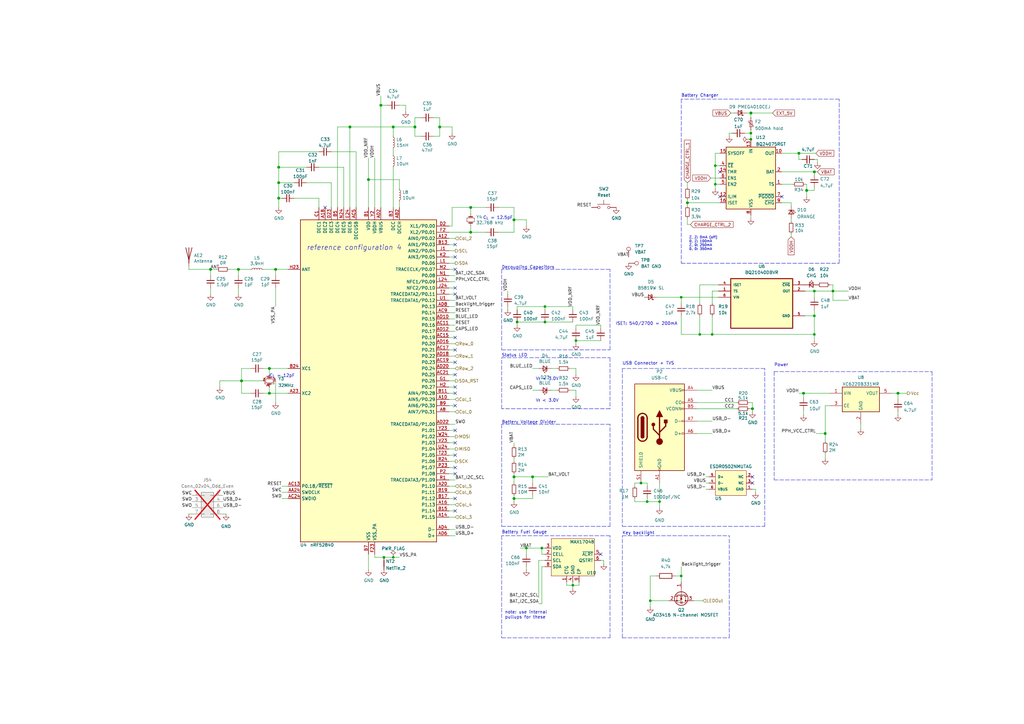
<source format=kicad_sch>
(kicad_sch (version 20250114) (generator "eeschema") (generator_version "9.0")
  (paper "A3")
  (text "Battery Charger" (at 279.4 40.005 0) (effects (font (size 1.27 1.27)) (justify left bottom)))
  (text "V_{f} < 3.0V" (at 219.71 156.21 0) (effects (font (size 1.27 1.27)) (justify left bottom)))
  (text "Status LED" (at 205.74 146.558 0) (effects (font (size 1.27 1.27)) (justify left bottom)))
  (text "Z, Z: 0mA (off)\n0, Z: 100mA\nZ, 0: 250mA\n0, 0: 350mA" (at 282.575 102.87 0) (effects (font (size 0.9906 0.9906)) (justify left bottom)))
  (text "Key backlight" (at 255.27 219.456 0) (effects (font (size 1.27 1.27)) (justify left bottom)))
  (text "Battery Voltage Divider" (at 205.74 173.99 0) (effects (font (size 1.27 1.27)) (justify left bottom)))
  (text "C_{L} = 12.5pF" (at 198.12 90.17 0) (effects (font (size 1.27 1.27)) (justify left bottom)))
  (text "ISET: 540/2700 = 200mA" (at 265.176 132.842 0) (effects (font (size 1.27 1.27))))
  (text "Battery Fuel Gauge" (at 205.74 219.075 0) (effects (font (size 1.27 1.27)) (justify left bottom)))
  (text "note: use internal\npullups for these" (at 207.01 254 0) (effects (font (size 1.27 1.27)) (justify left bottom)))
  (text "Power" (at 317.5 150.495 0) (effects (font (size 1.27 1.27)) (justify left bottom)))
  (text "USB Connector + TVS" (at 255.27 149.86 0) (effects (font (size 1.27 1.27)) (justify left bottom)))
  (text "V_{f} < 3.0V" (at 219.71 165.1 0) (effects (font (size 1.27 1.27)) (justify left bottom)))
  (text "reference configuration 4" (at 125.73 102.87 0) (effects (font (size 2 2) (italic yes)) (justify left bottom)))
  (text "Decoupling Capacitors" (at 205.74 110.49 0) (effects (font (size 1.27 1.27)) (justify left bottom)))
  (text "C_{L} = 12pF" (at 110.49 154.94 0) (effects (font (size 1.27 1.27)) (justify left bottom)))
  (junction (at 307.975 54.61))
  (junction (at 180.34 52.07) (diameter 1.016))
  (junction (at 338.455 177.8) (diameter 1.016))
  (junction (at 212.09 132.08))
  (junction (at 307.975 57.15))
  (junction (at 281.94 83.185) (diameter 1.016))
  (junction (at 266.7 246.38))
  (junction (at 157.48 228.6))
  (junction (at 307.975 46.355) (diameter 1.016))
  (junction (at 218.44 195.58) (diameter 1.016))
  (junction (at 330.835 78.105) (diameter 1.016))
  (junction (at 308.61 167.64) (diameter 1.016))
  (junction (at 293.37 67.945))
  (junction (at 368.3 161.29) (diameter 1.016))
  (junction (at 161.29 52.07) (diameter 1.016))
  (junction (at 327.66 62.865) (diameter 1.016))
  (junction (at 265.43 205.74))
  (junction (at 113.03 110.49) (diameter 1.016))
  (junction (at 270.51 205.74))
  (junction (at 97.79 110.49) (diameter 1.016))
  (junction (at 86.36 110.49) (diameter 1.016))
  (junction (at 334.01 70.485) (diameter 1.016))
  (junction (at 293.37 75.565))
  (junction (at 329.565 161.29) (diameter 1.016))
  (junction (at 279.4 121.92))
  (junction (at 114.3 68.58) (diameter 1.016))
  (junction (at 161.29 228.6))
  (junction (at 143.51 52.07) (diameter 1.016))
  (junction (at 114.3 74.93) (diameter 1.016))
  (junction (at 151.13 73.66) (diameter 1.016))
  (junction (at 236.22 139.7))
  (junction (at 341.63 119.38))
  (junction (at 222.25 224.79))
  (junction (at 193.04 85.09) (diameter 1.016))
  (junction (at 210.82 204.47) (diameter 1.016))
  (junction (at 334.01 129.54))
  (junction (at 110.49 161.29) (diameter 1.016))
  (junction (at 334.01 137.16))
  (junction (at 292.1 137.16))
  (junction (at 279.4 236.22))
  (junction (at 114.3 81.28) (diameter 1.016))
  (junction (at 262.89 198.12))
  (junction (at 193.04 95.25) (diameter 1.016))
  (junction (at 223.52 125.73))
  (junction (at 334.01 119.38))
  (junction (at 110.49 151.13) (diameter 1.016))
  (junction (at 210.82 90.17) (diameter 1.016))
  (junction (at 210.82 195.58) (diameter 1.016))
  (junction (at 215.9 224.79))
  (junction (at 287.02 137.16))
  (junction (at 156.21 43.18) (diameter 1.016))
  (junction (at 170.18 52.07) (diameter 1.016))
  (junction (at 99.06 156.21) (diameter 1.016))
  (junction (at 234.95 240.03))
  (junction (at 223.52 132.08))
  (no_connect (at 186.69 118.11))
  (no_connect (at 320.675 80.645))
  (no_connect (at 186.69 143.51))
  (no_connect (at 186.69 176.53))
  (no_connect (at 186.69 209.55))
  (no_connect (at 295.275 70.485))
  (no_connect (at 186.69 181.61))
  (no_connect (at 186.69 120.65))
  (no_connect (at 186.69 204.47))
  (no_connect (at 186.69 161.29))
  (no_connect (at 186.69 158.75))
  (no_connect (at 186.69 194.31))
  (no_connect (at 186.69 153.67))
  (no_connect (at 308.61 195.58))
  (no_connect (at 295.275 80.645))
  (no_connect (at 186.69 166.37))
  (no_connect (at 186.69 148.59))
  (no_connect (at 186.69 138.43))
  (no_connect (at 186.69 186.69))
  (no_connect (at 308.61 198.12))
  (no_connect (at 246.38 227.33))
  (no_connect (at 186.69 191.77))
  (no_connect (at 186.69 110.49))
  (no_connect (at 133.35 85.09))
  (no_connect (at 186.69 100.33))
  (no_connect (at 186.69 105.41))
  (polyline (pts (xy 205.74 143.51) (xy 250.19 143.51)) (stroke (width 0) (type dash)))
  (wire (pts (xy 151.13 73.66) (xy 151.13 85.09)))
  (wire (pts (xy 186.69 140.97) (xy 184.15 140.97)))
  (polyline (pts (xy 299.085 261.62) (xy 299.085 219.71)) (stroke (width 0) (type dash)))
  (wire (pts (xy 185.42 52.07) (xy 185.42 54.61)))
  (wire (pts (xy 115.57 199.39) (xy 118.11 199.39)))
  (wire (pts (xy 153.67 64.77) (xy 153.67 85.09)))
  (wire (pts (xy 77.47 109.22) (xy 77.47 110.49)))
  (polyline (pts (xy 317.5 196.85) (xy 382.27 196.85)) (stroke (width 0) (type dash)))
  (polyline (pts (xy 279.4 107.95) (xy 344.17 107.95)) (stroke (width 0) (type dash)))
  (wire (pts (xy 110.49 161.29) (xy 118.11 161.29)))
  (polyline (pts (xy 250.19 261.62) (xy 250.19 219.71)) (stroke (width 0) (type dash)))
  (wire (pts (xy 284.48 246.38) (xy 288.29 246.38)))
  (wire (pts (xy 347.98 123.19) (xy 341.63 123.19)))
  (wire (pts (xy 113.03 156.21) (xy 113.03 165.1)))
  (wire (pts (xy 237.49 240.03) (xy 237.49 238.76)))
  (wire (pts (xy 161.29 228.6) (xy 163.83 228.6)))
  (wire (pts (xy 334.01 78.105) (xy 334.01 76.835)))
  (polyline (pts (xy 255.27 261.62) (xy 255.27 219.71)) (stroke (width 0) (type dash)))
  (wire (pts (xy 305.435 54.61) (xy 307.975 54.61)))
  (wire (pts (xy 210.82 95.25) (xy 204.47 95.25)))
  (wire (pts (xy 99.06 161.29) (xy 99.06 156.21)))
  (wire (pts (xy 193.04 87.63) (xy 193.04 85.09)))
  (wire (pts (xy 212.09 132.08) (xy 223.52 132.08)))
  (wire (pts (xy 118.11 201.93) (xy 115.57 201.93)))
  (polyline (pts (xy 317.5 152.4) (xy 382.27 152.4)) (stroke (width 0) (type dash)))
  (wire (pts (xy 320.675 75.565) (xy 325.12 75.565)))
  (wire (pts (xy 222.25 224.79) (xy 223.52 224.79)))
  (wire (pts (xy 234.95 240.03) (xy 237.49 240.03)))
  (wire (pts (xy 210.82 90.17) (xy 215.9 90.17)))
  (polyline (pts (xy 205.74 219.71) (xy 205.74 261.62)) (stroke (width 0) (type dash)))
  (wire (pts (xy 186.69 184.15) (xy 184.15 184.15)))
  (polyline (pts (xy 250.19 173.99) (xy 205.74 173.99)) (stroke (width 0) (type dash)))
  (wire (pts (xy 299.085 55.88) (xy 299.085 54.61)))
  (wire (pts (xy 262.89 198.12) (xy 265.43 198.12)))
  (wire (pts (xy 338.455 186.055) (xy 338.455 187.96)))
  (wire (pts (xy 185.42 85.09) (xy 193.04 85.09)))
  (wire (pts (xy 260.35 199.39) (xy 260.35 198.12)))
  (wire (pts (xy 269.24 121.92) (xy 279.4 121.92)))
  (wire (pts (xy 307.975 46.355) (xy 316.865 46.355)))
  (wire (pts (xy 140.97 68.58) (xy 140.97 85.09)))
  (wire (pts (xy 285.75 177.8) (xy 292.1 177.8)))
  (wire (pts (xy 226.06 151.13) (xy 228.6 151.13)))
  (wire (pts (xy 292.1 129.54) (xy 292.1 137.16)))
  (wire (pts (xy 186.69 179.07) (xy 184.15 179.07)))
  (wire (pts (xy 186.69 146.05) (xy 184.15 146.05)))
  (wire (pts (xy 114.3 81.28) (xy 115.57 81.28)))
  (wire (pts (xy 338.455 166.37) (xy 340.36 166.37)))
  (wire (pts (xy 158.75 43.18) (xy 156.21 43.18)))
  (wire (pts (xy 294.64 116.84) (xy 287.02 116.84)))
  (wire (pts (xy 210.82 181.61) (xy 210.82 182.88)))
  (wire (pts (xy 341.63 123.19) (xy 341.63 119.38)))
  (wire (pts (xy 186.69 113.03) (xy 184.15 113.03)))
  (wire (pts (xy 156.21 85.09) (xy 156.21 43.18)))
  (wire (pts (xy 246.38 229.87) (xy 247.65 229.87)))
  (wire (pts (xy 118.11 151.13) (xy 110.49 151.13)))
  (wire (pts (xy 232.41 240.03) (xy 232.41 238.76)))
  (wire (pts (xy 204.47 85.09) (xy 210.82 85.09)))
  (wire (pts (xy 285.75 172.72) (xy 292.1 172.72)))
  (polyline (pts (xy 250.19 219.71) (xy 205.74 219.71)) (stroke (width 0) (type dash)))
  (wire (pts (xy 266.7 246.38) (xy 274.32 246.38)))
  (wire (pts (xy 260.35 198.12) (xy 262.89 198.12)))
  (wire (pts (xy 293.37 75.565) (xy 293.37 77.47)))
  (wire (pts (xy 220.98 229.87) (xy 220.98 245.11)))
  (polyline (pts (xy 205.74 110.49) (xy 205.74 143.51)) (stroke (width 0) (type dash)))
  (wire (pts (xy 308.61 167.64) (xy 308.61 168.91)))
  (wire (pts (xy 193.04 95.25) (xy 193.04 92.71)))
  (wire (pts (xy 324.485 89.535) (xy 324.485 90.805)))
  (wire (pts (xy 299.085 54.61) (xy 300.355 54.61)))
  (wire (pts (xy 186.69 153.67) (xy 184.15 153.67)))
  (wire (pts (xy 86.36 113.03) (xy 86.36 110.49)))
  (wire (pts (xy 114.3 68.58) (xy 125.73 68.58)))
  (wire (pts (xy 307.975 46.355) (xy 307.975 48.26)))
  (wire (pts (xy 186.69 204.47) (xy 184.15 204.47)))
  (polyline (pts (xy 205.74 167.64) (xy 205.74 146.685)) (stroke (width 0) (type dash)))
  (wire (pts (xy 184.15 130.81) (xy 186.69 130.81)))
  (wire (pts (xy 236.22 134.62) (xy 236.22 133.35)))
  (wire (pts (xy 279.4 129.54) (xy 279.4 137.16)))
  (wire (pts (xy 114.3 62.23) (xy 130.81 62.23)))
  (wire (pts (xy 186.69 191.77) (xy 184.15 191.77)))
  (wire (pts (xy 138.43 52.07) (xy 143.51 52.07)))
  (wire (pts (xy 293.37 67.945) (xy 295.275 67.945)))
  (wire (pts (xy 307.975 53.34) (xy 307.975 54.61)))
  (wire (pts (xy 177.8 48.26) (xy 180.34 48.26)))
  (wire (pts (xy 143.51 85.09) (xy 143.51 52.07)))
  (wire (pts (xy 186.69 196.85) (xy 184.15 196.85)))
  (wire (pts (xy 97.79 110.49) (xy 97.79 113.03)))
  (wire (pts (xy 151.13 64.77) (xy 151.13 73.66)))
  (wire (pts (xy 324.485 83.185) (xy 324.485 84.455)))
  (wire (pts (xy 213.36 224.79) (xy 215.9 224.79)))
  (wire (pts (xy 223.52 125.73) (xy 234.95 125.73)))
  (wire (pts (xy 330.2 119.38) (xy 334.01 119.38)))
  (wire (pts (xy 281.94 84.455) (xy 281.94 83.185)))
  (wire (pts (xy 340.36 116.84) (xy 341.63 116.84)))
  (polyline (pts (xy 205.74 215.9) (xy 250.19 215.9)) (stroke (width 0) (type dash)))
  (wire (pts (xy 153.67 228.6) (xy 153.67 227.33)))
  (wire (pts (xy 185.42 92.71) (xy 185.42 85.09)))
  (wire (pts (xy 307.34 167.64) (xy 308.61 167.64)))
  (wire (pts (xy 285.75 167.64) (xy 302.26 167.64)))
  (wire (pts (xy 92.71 210.82) (xy 91.44 210.82)))
  (wire (pts (xy 265.43 205.74) (xy 270.51 205.74)))
  (wire (pts (xy 338.455 177.8) (xy 338.455 166.37)))
  (wire (pts (xy 186.69 148.59) (xy 184.15 148.59)))
  (wire (pts (xy 281.94 92.075) (xy 283.21 92.075)))
  (wire (pts (xy 186.69 219.71) (xy 184.15 219.71)))
  (wire (pts (xy 99.06 156.21) (xy 99.06 151.13)))
  (wire (pts (xy 293.37 62.865) (xy 295.275 62.865)))
  (wire (pts (xy 294.64 119.38) (xy 292.1 119.38)))
  (wire (pts (xy 270.51 208.28) (xy 270.51 205.74)))
  (wire (pts (xy 90.17 156.21) (xy 90.17 158.75)))
  (wire (pts (xy 186.69 163.83) (xy 184.15 163.83)))
  (polyline (pts (xy 279.4 40.64) (xy 279.4 107.95)) (stroke (width 0) (type dash)))
  (wire (pts (xy 177.8 55.88) (xy 180.34 55.88)))
  (wire (pts (xy 292.1 119.38) (xy 292.1 124.46)))
  (wire (pts (xy 218.44 204.47) (xy 218.44 203.2)))
  (wire (pts (xy 330.2 75.565) (xy 330.835 75.565)))
  (polyline (pts (xy 255.27 219.71) (xy 299.085 219.71)) (stroke (width 0) (type dash)))
  (wire (pts (xy 299.72 46.355) (xy 300.99 46.355)))
  (wire (pts (xy 184.15 199.39) (xy 186.69 199.39)))
  (wire (pts (xy 163.83 43.18) (xy 166.37 43.18)))
  (wire (pts (xy 114.3 74.93) (xy 120.65 74.93)))
  (wire (pts (xy 368.3 168.91) (xy 368.3 170.18)))
  (wire (pts (xy 309.88 200.66) (xy 308.61 200.66)))
  (polyline (pts (xy 255.27 215.9) (xy 313.69 215.9)) (stroke (width 0) (type dash)))
  (wire (pts (xy 210.82 85.09) (xy 210.82 90.17)))
  (wire (pts (xy 341.63 116.84) (xy 341.63 119.38)))
  (wire (pts (xy 308.61 165.1) (xy 308.61 167.64)))
  (wire (pts (xy 86.36 118.11) (xy 86.36 120.65)))
  (wire (pts (xy 327.66 161.29) (xy 329.565 161.29)))
  (wire (pts (xy 218.44 195.58) (xy 224.79 195.58)))
  (wire (pts (xy 153.67 228.6) (xy 157.48 228.6)))
  (wire (pts (xy 287.02 137.16) (xy 292.1 137.16)))
  (wire (pts (xy 77.47 110.49) (xy 86.36 110.49)))
  (wire (pts (xy 102.87 110.49) (xy 97.79 110.49)))
  (wire (pts (xy 289.56 198.12) (xy 290.83 198.12)))
  (wire (pts (xy 102.87 161.29) (xy 99.06 161.29)))
  (wire (pts (xy 180.34 48.26) (xy 180.34 52.07)))
  (wire (pts (xy 130.81 85.09) (xy 130.81 81.28)))
  (wire (pts (xy 186.69 110.49) (xy 184.15 110.49)))
  (wire (pts (xy 186.69 166.37) (xy 184.15 166.37)))
  (wire (pts (xy 281.94 81.915) (xy 281.94 83.185)))
  (wire (pts (xy 110.49 151.13) (xy 107.95 151.13)))
  (wire (pts (xy 281.94 76.835) (xy 281.94 74.93)))
  (wire (pts (xy 222.25 224.79) (xy 222.25 227.33)))
  (wire (pts (xy 341.63 119.38) (xy 347.98 119.38)))
  (wire (pts (xy 334.645 177.8) (xy 338.455 177.8)))
  (wire (pts (xy 223.52 229.87) (xy 220.98 229.87)))
  (polyline (pts (xy 205.74 261.62) (xy 250.19 261.62)) (stroke (width 0) (type dash)))
  (wire (pts (xy 186.69 201.93) (xy 184.15 201.93)))
  (wire (pts (xy 293.37 62.865) (xy 293.37 67.945)))
  (wire (pts (xy 161.29 68.58) (xy 161.29 85.09)))
  (wire (pts (xy 184.15 115.57) (xy 186.69 115.57)))
  (wire (pts (xy 334.01 121.92) (xy 334.01 119.38)))
  (wire (pts (xy 161.29 52.07) (xy 170.18 52.07)))
  (wire (pts (xy 334.01 129.54) (xy 334.01 137.16)))
  (wire (pts (xy 184.15 118.11) (xy 186.69 118.11)))
  (wire (pts (xy 114.3 62.23) (xy 114.3 68.58)))
  (wire (pts (xy 135.89 62.23) (xy 146.05 62.23)))
  (wire (pts (xy 86.36 110.49) (xy 88.9 110.49)))
  (wire (pts (xy 156.21 43.18) (xy 156.21 39.37)))
  (wire (pts (xy 353.06 173.99) (xy 353.06 175.895)))
  (wire (pts (xy 186.69 138.43) (xy 184.15 138.43)))
  (polyline (pts (xy 255.27 261.62) (xy 299.085 261.62)) (stroke (width 0) (type dash)))
  (wire (pts (xy 77.47 210.82) (xy 78.74 210.82)))
  (wire (pts (xy 170.18 48.26) (xy 170.18 52.07)))
  (wire (pts (xy 281.94 83.185) (xy 295.275 83.185)))
  (wire (pts (xy 327.66 62.865) (xy 327.66 65.405)))
  (wire (pts (xy 186.69 207.01) (xy 184.15 207.01)))
  (wire (pts (xy 210.82 189.23) (xy 210.82 187.96)))
  (wire (pts (xy 151.13 227.33) (xy 151.13 233.68)))
  (wire (pts (xy 138.43 85.09) (xy 138.43 52.07)))
  (wire (pts (xy 291.465 73.025) (xy 295.275 73.025)))
  (wire (pts (xy 163.83 82.55) (xy 163.83 85.09)))
  (wire (pts (xy 180.34 55.88) (xy 180.34 52.07)))
  (wire (pts (xy 320.675 62.865) (xy 327.66 62.865)))
  (wire (pts (xy 193.04 85.09) (xy 199.39 85.09)))
  (wire (pts (xy 236.22 139.7) (xy 246.38 139.7)))
  (wire (pts (xy 329.565 161.29) (xy 329.565 163.195)))
  (wire (pts (xy 114.3 68.58) (xy 114.3 74.93)))
  (wire (pts (xy 113.03 110.49) (xy 113.03 113.03)))
  (wire (pts (xy 184.15 107.95) (xy 186.69 107.95)))
  (wire (pts (xy 236.22 160.02) (xy 236.22 162.56)))
  (wire (pts (xy 334.01 71.755) (xy 334.01 70.485)))
  (wire (pts (xy 269.24 236.22) (xy 266.7 236.22)))
  (wire (pts (xy 99.06 156.21) (xy 90.17 156.21)))
  (wire (pts (xy 110.49 158.75) (xy 110.49 161.29)))
  (wire (pts (xy 260.35 204.47) (xy 260.35 205.74)))
  (wire (pts (xy 307.34 165.1) (xy 308.61 165.1)))
  (wire (pts (xy 279.4 232.41) (xy 279.4 236.22)))
  (wire (pts (xy 327.66 62.865) (xy 334.645 62.865)))
  (wire (pts (xy 99.06 151.13) (xy 102.87 151.13)))
  (wire (pts (xy 320.675 70.485) (xy 334.01 70.485)))
  (wire (pts (xy 163.83 73.66) (xy 151.13 73.66)))
  (wire (pts (xy 334.01 70.485) (xy 335.28 70.485)))
  (wire (pts (xy 210.82 90.17) (xy 210.82 95.25)))
  (wire (pts (xy 186.69 189.23) (xy 184.15 189.23)))
  (wire (pts (xy 146.05 62.23) (xy 146.05 85.09)))
  (wire (pts (xy 293.37 67.945) (xy 293.37 75.565)))
  (wire (pts (xy 97.79 118.11) (xy 97.79 120.65)))
  (wire (pts (xy 234.95 240.03) (xy 232.41 240.03)))
  (polyline (pts (xy 313.69 151.13) (xy 255.27 151.13)) (stroke (width 0) (type dash)))
  (wire (pts (xy 186.69 120.65) (xy 184.15 120.65)))
  (wire (pts (xy 281.94 89.535) (xy 281.94 92.075)))
  (wire (pts (xy 279.4 236.22) (xy 279.4 238.76)))
  (wire (pts (xy 215.9 224.79) (xy 215.9 227.33)))
  (wire (pts (xy 335.28 65.405) (xy 335.28 66.675)))
  (wire (pts (xy 220.98 247.65) (xy 222.25 247.65)))
  (wire (pts (xy 212.09 132.08) (xy 212.09 133.35)))
  (polyline (pts (xy 250.19 146.685) (xy 250.19 167.64)) (stroke (width 0) (type dash)))
  (wire (pts (xy 329.565 168.275) (xy 329.565 170.18)))
  (wire (pts (xy 184.15 92.71) (xy 185.42 92.71)))
  (wire (pts (xy 223.52 125.73) (xy 223.52 127)))
  (wire (pts (xy 307.975 54.61) (xy 307.975 57.15)))
  (wire (pts (xy 372.11 161.29) (xy 368.3 161.29)))
  (wire (pts (xy 338.455 177.8) (xy 338.455 180.975)))
  (wire (pts (xy 236.22 133.35) (xy 246.38 133.35)))
  (wire (pts (xy 170.18 52.07) (xy 170.18 55.88)))
  (wire (pts (xy 293.37 75.565) (xy 295.275 75.565)))
  (wire (pts (xy 276.86 236.22) (xy 279.4 236.22)))
  (wire (pts (xy 218.44 160.02) (xy 220.98 160.02)))
  (wire (pts (xy 184.15 217.17) (xy 186.69 217.17)))
  (wire (pts (xy 218.44 151.13) (xy 220.98 151.13)))
  (wire (pts (xy 184.15 125.73) (xy 186.69 125.73)))
  (wire (pts (xy 289.56 200.66) (xy 290.83 200.66)))
  (wire (pts (xy 334.01 65.405) (xy 335.28 65.405)))
  (wire (pts (xy 330.835 78.105) (xy 330.835 80.645)))
  (wire (pts (xy 233.68 160.02) (xy 236.22 160.02)))
  (polyline (pts (xy 205.74 173.99) (xy 205.74 215.9)) (stroke (width 0) (type dash)))
  (wire (pts (xy 222.25 232.41) (xy 223.52 232.41)))
  (polyline (pts (xy 205.74 146.685) (xy 250.19 146.685)) (stroke (width 0) (type dash)))
  (wire (pts (xy 186.69 158.75) (xy 184.15 158.75)))
  (wire (pts (xy 186.69 212.09) (xy 184.15 212.09)))
  (wire (pts (xy 184.15 95.25) (xy 193.04 95.25)))
  (wire (pts (xy 186.69 100.33) (xy 184.15 100.33)))
  (wire (pts (xy 193.04 95.25) (xy 199.39 95.25)))
  (wire (pts (xy 115.57 204.47) (xy 118.11 204.47)))
  (wire (pts (xy 186.69 143.51) (xy 184.15 143.51)))
  (wire (pts (xy 184.15 123.19) (xy 186.69 123.19)))
  (wire (pts (xy 186.69 151.13) (xy 184.15 151.13)))
  (wire (pts (xy 287.02 116.84) (xy 287.02 124.46)))
  (wire (pts (xy 107.95 110.49) (xy 113.03 110.49)))
  (wire (pts (xy 161.29 55.88) (xy 161.29 52.07)))
  (wire (pts (xy 222.25 227.33) (xy 223.52 227.33)))
  (wire (pts (xy 186.69 186.69) (xy 184.15 186.69)))
  (wire (pts (xy 223.52 132.08) (xy 234.95 132.08)))
  (wire (pts (xy 118.11 110.49) (xy 113.03 110.49)))
  (wire (pts (xy 265.43 204.47) (xy 265.43 205.74)))
  (wire (pts (xy 368.3 161.29) (xy 368.3 163.83)))
  (polyline (pts (xy 382.27 152.4) (xy 382.27 196.85)) (stroke (width 0) (type dash)))
  (wire (pts (xy 330.835 75.565) (xy 330.835 78.105)))
  (wire (pts (xy 107.95 156.21) (xy 99.06 156.21)))
  (wire (pts (xy 270.51 205.74) (xy 270.51 198.12)))
  (wire (pts (xy 330.835 78.105) (xy 334.01 78.105)))
  (wire (pts (xy 222.25 232.41) (xy 222.25 247.65)))
  (wire (pts (xy 365.76 161.29) (xy 368.3 161.29)))
  (wire (pts (xy 184.15 176.53) (xy 186.69 176.53)))
  (wire (pts (xy 186.69 209.55) (xy 184.15 209.55)))
  (wire (pts (xy 307.975 88.265) (xy 307.975 89.535)))
  (wire (pts (xy 180.34 52.07) (xy 185.42 52.07)))
  (wire (pts (xy 334.01 119.38) (xy 341.63 119.38)))
  (wire (pts (xy 210.82 204.47) (xy 210.82 205.74)))
  (wire (pts (xy 212.09 125.73) (xy 223.52 125.73)))
  (wire (pts (xy 114.3 74.93) (xy 114.3 81.28)))
  (wire (pts (xy 208.28 119.38) (xy 208.28 120.65)))
  (wire (pts (xy 113.03 118.11) (xy 113.03 125.73)))
  (wire (pts (xy 329.565 161.29) (xy 340.36 161.29)))
  (wire (pts (xy 110.49 151.13) (xy 110.49 153.67)))
  (polyline (pts (xy 344.17 107.95) (xy 344.17 40.64)) (stroke (width 0) (type dash)))
  (wire (pts (xy 266.7 246.38) (xy 266.7 248.92)))
  (wire (pts (xy 327.66 65.405) (xy 328.93 65.405)))
  (wire (pts (xy 292.1 137.16) (xy 334.01 137.16)))
  (wire (pts (xy 186.69 128.27) (xy 184.15 128.27)))
  (polyline (pts (xy 317.5 152.4) (xy 317.5 196.85)) (stroke (width 0) (type dash)))
  (wire (pts (xy 234.95 240.03) (xy 234.95 241.3)))
  (wire (pts (xy 110.49 161.29) (xy 107.95 161.29)))
  (wire (pts (xy 334.01 127) (xy 334.01 129.54)))
  (wire (pts (xy 246.38 133.35) (xy 246.38 134.62)))
  (wire (pts (xy 212.09 127) (xy 212.09 125.73)))
  (wire (pts (xy 279.4 121.92) (xy 294.64 121.92)))
  (wire (pts (xy 114.3 81.28) (xy 114.3 85.09)))
  (wire (pts (xy 320.675 83.185) (xy 324.485 83.185)))
  (wire (pts (xy 334.01 129.54) (xy 330.2 129.54)))
  (wire (pts (xy 285.75 160.02) (xy 292.1 160.02)))
  (wire (pts (xy 215.9 90.17) (xy 215.9 92.71)))
  (wire (pts (xy 307.34 57.15) (xy 307.975 57.15)))
  (polyline (pts (xy 250.19 215.9) (xy 250.19 173.99)) (stroke (width 0) (type dash)))
  (wire (pts (xy 143.51 52.07) (xy 161.29 52.07)))
  (polyline (pts (xy 344.17 40.64) (xy 279.4 40.64)) (stroke (width 0) (type dash)))
  (polyline (pts (xy 313.69 215.9) (xy 313.69 151.13)) (stroke (width 0) (type dash)))
  (wire (pts (xy 130.81 68.58) (xy 140.97 68.58)))
  (wire (pts (xy 226.06 160.02) (xy 228.6 160.02)))
  (wire (pts (xy 334.01 137.16) (xy 334.01 139.7)))
  (wire (pts (xy 287.02 129.54) (xy 287.02 137.16)))
  (wire (pts (xy 266.7 236.22) (xy 266.7 246.38)))
  (wire (pts (xy 210.82 195.58) (xy 218.44 195.58)))
  (wire (pts (xy 184.15 133.35) (xy 186.69 133.35)))
  (wire (pts (xy 135.89 74.93) (xy 135.89 85.09)))
  (wire (pts (xy 93.98 110.49) (xy 97.79 110.49)))
  (wire (pts (xy 161.29 63.5) (xy 161.29 60.96)))
  (wire (pts (xy 186.69 168.91) (xy 184.15 168.91)))
  (wire (pts (xy 247.65 229.87) (xy 247.65 231.14)))
  (wire (pts (xy 236.22 139.7) (xy 236.22 140.97)))
  (wire (pts (xy 184.15 135.89) (xy 186.69 135.89)))
  (wire (pts (xy 233.68 151.13) (xy 236.22 151.13)))
  (wire (pts (xy 215.9 224.79) (xy 222.25 224.79)))
  (wire (pts (xy 289.56 195.58) (xy 290.83 195.58)))
  (wire (pts (xy 218.44 195.58) (xy 218.44 198.12)))
  (wire (pts (xy 210.82 203.2) (xy 210.82 204.47)))
  (wire (pts (xy 210.82 194.31) (xy 210.82 195.58)))
  (polyline (pts (xy 250.19 167.64) (xy 205.74 167.64)) (stroke (width 0) (type dash)))
  (wire (pts (xy 306.07 46.355) (xy 307.975 46.355)))
  (wire (pts (xy 170.18 48.26) (xy 172.72 48.26)))
  (wire (pts (xy 172.72 55.88) (xy 170.18 55.88)))
  (polyline (pts (xy 255.27 151.13) (xy 255.27 215.9)) (stroke (width 0) (type dash)))
  (wire (pts (xy 307.975 57.15) (xy 307.975 57.785)))
  (wire (pts (xy 186.69 102.87) (xy 184.15 102.87)))
  (wire (pts (xy 324.485 95.885) (xy 324.485 97.155)))
  (wire (pts (xy 125.73 74.93) (xy 135.89 74.93)))
  (wire (pts (xy 236.22 151.13) (xy 236.22 153.67)))
  (wire (pts (xy 120.65 81.28) (xy 130.81 81.28)))
  (wire (pts (xy 186.69 156.21) (xy 184.15 156.21)))
  (wire (pts (xy 260.35 205.74) (xy 265.43 205.74)))
  (wire (pts (xy 163.83 77.47) (xy 163.83 73.66)))
  (wire (pts (xy 265.43 198.12) (xy 265.43 199.39)))
  (wire (pts (xy 215.9 232.41) (xy 215.9 233.68)))
  (wire (pts (xy 186.69 181.61) (xy 184.15 181.61)))
  (wire (pts (xy 184.15 97.79) (xy 186.69 97.79)))
  (wire (pts (xy 234.95 238.76) (xy 234.95 240.03)))
  (polyline (pts (xy 250.19 110.49) (xy 205.74 110.49)) (stroke (width 0) (type dash)))
  (wire (pts (xy 210.82 195.58) (xy 210.82 198.12)))
  (wire (pts (xy 186.69 105.41) (xy 184.15 105.41)))
  (wire (pts (xy 186.69 161.29) (xy 184.15 161.29)))
  (polyline (pts (xy 250.19 143.51) (xy 250.19 110.49)) (stroke (width 0) (type dash)))
  (wire (pts (xy 208.28 125.73) (xy 208.28 127)))
  (wire (pts (xy 279.4 124.46) (xy 279.4 121.92)))
  (wire (pts (xy 210.82 204.47) (xy 218.44 204.47)))
  (wire (pts (xy 309.88 201.93) (xy 309.88 200.66)))
  (wire (pts (xy 166.37 43.18) (xy 166.37 45.72)))
  (wire (pts (xy 279.4 137.16) (xy 287.02 137.16)))
  (wire (pts (xy 186.69 194.31) (xy 184.15 194.31)))
  (wire (pts (xy 157.48 228.6) (xy 161.29 228.6)))
  (wire (pts (xy 234.95 125.73) (xy 234.95 127)))
  (wire (pts (xy 186.69 173.99) (xy 184.15 173.99)))
  (wire (pts (xy 285.75 165.1) (xy 302.26 165.1)))
  (label "VSS_PA" (at 113.03 125.73 270))
  (label "VBAT" (at 347.98 123.19 0))
  (label "VDDH" (at 347.98 119.38 0))
  (label "VDD_NRF" (at 246.38 133.35 90))
  (label "USB_D-" (at 186.69 217.17 0))
  (label "RESET" (at 242.57 85.09 180))
  (label "BLUE_LED" (at 186.69 130.81 0))
  (label "BAT_I2C_SCL" (at 186.69 196.85 0))
  (label "SWD" (at 115.57 204.47 180))
  (label "VDD_NRF" (at 151.13 64.77 90))
  (label "PPH_VCC_CTRL" (at 186.69 115.57 0))
  (label "BLUE_LED" (at 218.44 151.13 180))
  (label "USB_D-" (at 289.56 200.66 180))
  (label "CC2" (at 297.18 167.64 0))
  (label "Backlight_trigger" (at 279.4 232.41 0))
  (label "RESET" (at 186.69 133.35 0))
  (label "VDDH" (at 208.28 119.38 90))
  (label "VDD_NRF" (at 234.95 125.73 90))
  (label "VBUS" (at 289.56 198.12 180))
  (label "VDDH" (at 327.66 161.29 180))
  (label "RESET" (at 115.57 199.39 180))
  (label "SWC" (at 115.57 201.93 180))
  (label "SWO" (at 78.74 208.28 180))
  (label "USB_D+" (at 186.69 219.71 0))
  (label "USB_D+" (at 292.1 177.8 0))
  (label "VBUS" (at 264.16 121.92 180))
  (label "USB_D-" (at 91.44 208.28 0))
  (label "CAPS_LED" (at 186.69 135.89 0))
  (label "CAPS_LED" (at 218.44 160.02 180))
  (label "USB_D+" (at 91.44 205.74 0))
  (label "VBUS" (at 292.1 160.02 0))
  (label "PPH_VCC_CTRL" (at 334.645 177.8 180))
  (label "CC1" (at 297.18 165.1 0))
  (label "VDDH" (at 153.67 64.77 90))
  (label "ANT" (at 86.36 110.49 0))
  (label "USB_D-" (at 292.1 172.72 0))
  (label "BAT_I2C_SCL" (at 220.98 245.11 180))
  (label "BAT_VOLT" (at 186.69 123.19 0))
  (label "SWC" (at 78.74 203.2 180))
  (label "BAT_I2C_SDA" (at 220.98 247.65 180))
  (label "SWO" (at 186.69 173.99 0))
  (label "Backlight_trigger" (at 186.69 125.73 0))
  (label "VBUS" (at 156.21 39.37 90))
  (label "BAT_VOLT" (at 224.79 195.58 0))
  (label "VBAT" (at 257.81 105.41 180))
  (label "VBUS" (at 91.44 203.2 0))
  (label "VBAT" (at 213.36 224.79 0))
  (label "RESET" (at 186.69 128.27 0))
  (label "BAT_I2C_SDA" (at 186.69 113.03 0))
  (label "SWD" (at 78.74 205.74 180))
  (label "VSS_PA" (at 163.83 228.6 0))
  (label "USB_D+" (at 289.56 195.58 180))
  (label "VBAT" (at 210.82 181.61 90))
  (global_label "VDDH" (shape input) (at 334.645 62.865 0) (property "Intersheetrefs" "${INTERSHEET_REFS}" (effects (hide yes))))
  (global_label "EXT_5V" (shape input) (at 316.865 46.355 0) (property "Intersheetrefs" "${INTERSHEET_REFS}" (effects (hide yes))))
  (global_label "VDDH" (shape input) (at 324.485 97.155 270) (property "Intersheetrefs" "${INTERSHEET_REFS}" (effects (hide yes))))
  (global_label "CHARGE_CTRL_1" (shape input) (at 281.94 74.93 90) (property "Intersheetrefs" "${INTERSHEET_REFS}" (effects (hide yes))))
  (global_label "VDDH" (shape input) (at 291.465 73.025 180) (property "Intersheetrefs" "${INTERSHEET_REFS}" (effects (hide yes))))
  (global_label "CHARGE_CTRL_2" (shape input) (at 283.21 92.075 0) (property "Intersheetrefs" "${INTERSHEET_REFS}" (effects (hide yes))))
  (global_label "VBUS" (shape input) (at 299.72 46.355 180) (property "Intersheetrefs" "${INTERSHEET_REFS}" (effects (hide yes))))
  (global_label "VBAT" (shape input) (at 335.28 70.485 0) (property "Intersheetrefs" "${INTERSHEET_REFS}" (effects (hide yes))))
  (hierarchical_label "Col_5" (shape input) (at 186.69 199.39 0))
  (hierarchical_label "Vcc" (shape output) (at 372.11 161.29 0))
  (hierarchical_label "SCL" (shape output) (at 186.69 102.87 0))
  (hierarchical_label "Row_2" (shape input) (at 186.69 151.13 0))
  (hierarchical_label "Row_1" (shape input) (at 186.69 146.05 0))
  (hierarchical_label "SDA" (shape output) (at 186.69 107.95 0))
  (hierarchical_label "MISO" (shape output) (at 186.69 184.15 0))
  (hierarchical_label "SDA_RST" (shape output) (at 186.69 156.21 0))
  (hierarchical_label "Row_0" (shape input) (at 186.69 140.97 0))
  (hierarchical_label "Col_2" (shape input) (at 186.69 97.79 0))
  (hierarchical_label "Col_4" (shape input) (at 186.69 207.01 0))
  (hierarchical_label "MOSI" (shape output) (at 186.69 179.07 0))
  (hierarchical_label "Col_3" (shape input) (at 186.69 212.09 0))
  (hierarchical_label "Col_6" (shape input) (at 186.69 201.93 0))
  (hierarchical_label "Col_0" (shape input) (at 186.69 168.91 0))
  (hierarchical_label "LEDOut" (shape input) (at 288.29 246.38 0))
  (hierarchical_label "Col_1" (shape input) (at 186.69 163.83 0))
  (hierarchical_label "SCK" (shape output) (at 186.69 189.23 0))
  (symbol (lib_id "Device:R_Small") (at 287.02 127 180) (unit 1)
    (property "Reference" "R3" (at 281.178 125.73 0) (effects (justify right)))
    (property "Value" "2.7k" (at 281.178 128.27 0) (effects (justify right)))
    (property "Footprint" "Resistor_SMD:R_0603_1608Metric" (effects (hide yes)))
    (property "Manufacturer Part" "RC0402FR-0710KL" (effects (hide yes)))
    (property "LCSC" "C13167" (effects (hide yes)))
    (instances (project "pipar_point" (path "" (reference "R18") (unit 1)) (path "" (reference "R3") (unit 1))))
  )
  (symbol (lib_id "Device:C_Small") (at 123.19 74.93 270) (unit 1)
    (property "Reference" "C6" (at 123.19 69.85 90))
    (property "Value" "100pF" (at 123.19 72.39 90))
    (property "Footprint" "Capacitor_SMD:C_0402_1005Metric" (effects (hide yes)))
    (property "Manufacturer Part" "CL05C101JB5NNNC" (effects (hide yes)))
    (property "LCSC" "C1546" (effects (hide yes)))
    (instances (project "pipar_point" (path "" (reference "C31") (unit 1)) (path "" (reference "C6") (unit 1))))
  )
  (symbol (lib_id "Device:C_Small") (at 118.11 81.28 270) (unit 1)
    (property "Reference" "C7" (at 118.11 76.2 90))
    (property "Value" "100nF" (at 118.11 78.74 90))
    (property "Footprint" "Capacitor_SMD:C_0402_1005Metric" (effects (hide yes)))
    (property "Manufacturer Part" "CL05B104KA5NNNC" (effects (hide yes)))
    (property "LCSC" "C307331" (effects (hide yes)))
    (instances (project "pipar_point" (path "" (reference "C30") (unit 1)) (path "" (reference "C7") (unit 1))))
  )
  (symbol (lib_id "Device:L_Small") (at 161.29 58.42 0) (unit 1)
    (property "Reference" "L1" (at 162.5092 57.2516 0) (effects (justify left)))
    (property "Value" "15nH" (at 162.5092 59.563 0) (effects (justify left)))
    (property "Footprint" "Inductor_SMD:L_0402_1005Metric" (effects (hide yes)))
    (property "Manufacturer Part" "MLG1005S15NJT000" (effects (hide yes)))
    (property "LCSC" "C27143" (effects (hide yes)))
    (instances (project "pipar_point" (path "" (reference "L6") (unit 1)) (path "" (reference "L1") (unit 1))))
  )
  (symbol (lib_id "power:GND") (at 368.3 170.18 0) (unit 1)
    (property "Reference" "#PWR0130" (effects (hide yes)))
    (property "Value" "GND" (effects (hide yes)))
    (instances (project "pipar_point" (path "" (reference "#PWR0134") (unit 1)) (path "" (reference "#PWR0130") (unit 1))))
  )
  (symbol (lib_id "Device:LED_Small") (at 223.52 160.02 180) (unit 1)
    (property "Reference" "D22" (at 223.52 154.7622 0))
    (property "Value" "BLUE" (at 223.52 157.0736 0))
    (property "Footprint" "LED_SMD:LED_0603_1608Metric" (effects (hide yes)))
    (property "Manufacturer Part" "19-217/BHC-ZL1M2RY/3T" (effects (hide yes)))
    (property "LCSC" "C2290" (effects (hide yes)))
    (instances (project "pipar_point" (path "" (reference "D23") (unit 1)) (path "" (reference "D22") (unit 1))))
  )
  (symbol (lib_id "Connector:TestPoint") (at 257.81 107.95 270) (unit 1)
    (property "Reference" "TP6" (at 262.89 106.6799 90) (effects (justify left)))
    (property "Value" "BAT GND" (at 262.89 109.2199 90) (effects (justify left)))
    (property "Footprint" "TestPoint:TestPoint_Pad_2.5x2.5mm" (effects (hide yes)))
    (property "Description" "test point" (effects (hide yes)))
    (instances (project "pipar_point" (path "" (reference "TP8") (unit 1)) (path "" (reference "TP6") (unit 1))))
  )
  (symbol (lib_id "Device:R_Small") (at 231.14 151.13 270) (unit 1)
    (property "Reference" "R5" (at 231.14 146.1516 90))
    (property "Value" "1.5k" (at 231.14 148.463 90))
    (property "Footprint" "Resistor_SMD:R_0402_1005Metric" (effects (hide yes)))
    (property "Manufacturer Part" "RC0402FR-071K5L" (effects (hide yes)))
    (property "LCSC" "C25867" (effects (hide yes)))
    (instances (project "pipar_point" (path "" (reference "R16") (unit 1)) (path "" (reference "R5") (unit 1))))
  )
  (symbol (lib_id "power:GND") (at 299.085 55.88 0) (unit 1)
    (property "Reference" "#PWR0121" (effects (hide yes)))
    (property "Value" "GND" (effects (hide yes)))
    (instances (project "pipar_point" (path "" (reference "#PWR0135") (unit 1)) (path "" (reference "#PWR0121") (unit 1))))
  )
  (symbol (lib_id "power:GND") (at 157.48 233.68 0) (unit 1)
    (property "Reference" "#PWR022" (effects (hide yes)))
    (property "Value" "GND" (at 157.607 238.0742 0))
    (instances (project "pipar_point" (path "" (reference "#PWR033") (unit 1)) (path "" (reference "#PWR022") (unit 1))))
  )
  (symbol (lib_name "GND_22") (lib_id "power:GND") (at 86.36 120.65 0) (unit 1)
    (property "Reference" "#PWR07" (effects (hide yes)))
    (property "Value" "GND" (at 86.487 125.0442 0))
    (instances (project "pipar_point" (path "" (reference "#PWR026") (unit 1)) (path "" (reference "#PWR07") (unit 1))))
  )
  (symbol (lib_name "GND_21") (lib_id "power:GND") (at 215.9 92.71 0) (unit 1)
    (property "Reference" "#PWR05" (effects (hide yes)))
    (property "Value" "GND" (at 216.027 97.1042 0))
    (instances (project "pipar_point" (path "" (reference "#PWR039") (unit 1)) (path "" (reference "#PWR05") (unit 1))))
  )
  (symbol (lib_id "mikoto:MAX17048") (at 234.95 228.6 0) (unit 1)
    (property "Reference" "U9" (at 242.57 234.95 0))
    (property "Value" "MAX17048" (at 238.76 222.25 0))
    (property "Footprint" "Package_DFN_QFN:TDFN-8-1EP_2x2mm_P0.5mm_EP0.8x1.2mm" (effects (hide yes)))
    (property "LCSC Part" "C2682616" (effects (hide yes)))
    (instances (project "pipar_point" (path "" (reference "U10") (unit 1)) (path "" (reference "U9") (unit 1))))
  )
  (symbol (lib_id "Device:NetTie_2") (at 157.48 231.14 270) (unit 1)
    (property "Reference" "NT1" (at 158.242 230.2315 90) (effects (justify left)))
    (property "Value" "NetTie_2" (at 158.242 233.0066 90) (effects (justify left)))
    (property "Footprint" "Mikoto:net-tie-2-tiny" (effects (hide yes)))
    (instances (project "pipar_point" (path "" (reference "NT2") (unit 1)) (path "" (reference "NT1") (unit 1))))
  )
  (symbol (lib_id "Device:C_Small") (at 218.44 200.66 180) (unit 1)
    (property "Reference" "C23" (at 220.7768 199.4916 0) (effects (justify right)))
    (property "Value" "10nF" (at 220.7768 201.803 0) (effects (justify right)))
    (property "Footprint" "Capacitor_SMD:C_0402_1005Metric" (effects (hide yes)))
    (property "Manufacturer Part" "CL05B103KB5NNNC" (effects (hide yes)))
    (property "LCSC" "C15195" (effects (hide yes)))
    (instances (project "pipar_point" (path "" (reference "C41") (unit 1)) (path "" (reference "C23") (unit 1))))
  )
  (symbol (lib_id "Device:C_Small") (at 212.09 129.54 180) (unit 1)
    (property "Reference" "C16" (at 214.63 128.2635 0) (effects (justify right)))
    (property "Value" "100nF" (at 214.63 130.8035 0) (effects (justify right)))
    (property "Footprint" "Capacitor_SMD:C_0402_1005Metric" (effects (hide yes)))
    (property "Manufacturer Part" "CL05B104KA5NNNC" (effects (hide yes)))
    (property "LCSC" "C307331" (effects (hide yes)))
    (instances (project "pipar_point" (path "" (reference "C40") (unit 1)) (path "" (reference "C16") (unit 1))))
  )
  (symbol (lib_id "Device:Q_NMOS_GSD") (at 279.4 243.84 270) (unit 1)
    (property "Reference" "Q1" (at 279.4 250.19 90))
    (property "Value" "AO3416 N-channel MOSFET" (at 281.178 252.222 90))
    (property "Footprint" "Package_TO_SOT_SMD:SOT-23" (effects (hide yes)))
    (property "LCSC Part Number" "C479060" (effects (hide yes)))
    (property "MPN" "AO3416" (effects (hide yes)))
    (instances (project "pipar_point" (path "" (reference "Q2") (unit 1)) (path "" (reference "Q1") (unit 1))))
  )
  (symbol (lib_name "GND_20") (lib_id "power:GND") (at 309.88 201.93 0) (unit 1)
    (property "Reference" "#PWR018" (effects (hide yes)))
    (property "Value" "GND" (at 310.007 206.3242 0))
    (instances (project "pipar_point" (path "" (reference "#PWR058") (unit 1)) (path "" (reference "#PWR018") (unit 1))))
  )
  (symbol (lib_id "Connector_Generic:Conn_02x04_Odd_Even") (at 83.82 205.74 0) (unit 1) (in_bom no) (dnp yes)
    (property "Reference" "J53" (at 85.09 196.85 0))
    (property "Value" "Conn_02x04_Odd_Even" (at 85.09 199.39 0))
    (property "Footprint" "Connector_PinHeader_2.54mm:PinHeader_2x04_P2.54mm_Vertical_SMD" (effects (hide yes)))
    (property "Description" "Generic connector, double row, 02x04, odd/even pin numbering scheme (row 1 odd numbers, row 2 even numbers), script generated (kicad-library-utils/schlib/autogen/connector/)" (effects (hide yes)))
    (instances (project "" (path "" (reference "J54") (unit 1)) (path "" (reference "J53") (unit 1))))
  )
  (symbol (lib_id "Device:C_Small") (at 368.3 166.37 180) (unit 1)
    (property "Reference" "C62" (at 370.6242 165.4615 0) (effects (justify right)))
    (property "Value" "4.7uF" (at 370.6242 168.2366 0) (effects (justify right)))
    (property "Footprint" "Capacitor_SMD:C_0402_1005Metric" (effects (hide yes)))
    (property "LCSC Part" "C23733" (effects (hide yes)))
    (property "Digikey" "1276-1784-1-ND" (effects (hide yes)))
    (property "Manufacturer Part" "CL05A475KP5NRNC" (effects (hide yes)))
    (property "JLC Part" "C23733" (effects (hide yes)))
    (instances (project "pipar_point" (path "" (reference "C64") (unit 1)) (path "" (reference "C62") (unit 1))))
  )
  (symbol (lib_name "GND_19") (lib_id "power:GND") (at 185.42 54.61 0) (unit 1)
    (property "Reference" "#PWR02" (effects (hide yes)))
    (property "Value" "GND" (at 185.547 59.0042 0))
    (instances (project "pipar_point" (path "" (reference "#PWR035") (unit 1)) (path "" (reference "#PWR02") (unit 1))))
  )
  (symbol (lib_id "Device:C_Small") (at 334.01 124.46 0) (unit 1)
    (property "Reference" "C14" (at 336.55 123.1962 0) (effects (justify left)))
    (property "Value" "1uF" (at 336.55 125.7362 0) (effects (justify left)))
    (property "Footprint" "Capacitor_SMD:C_0402_1005Metric" (effects (hide yes)))
    (property "Manufacturer Part" "CL05A105KO5NNNC" (effects (hide yes)))
    (property "LCSC" "C52923" (effects (hide yes)))
    (instances (project "pipar_point" (path "" (reference "C48") (unit 1)) (path "" (reference "C14") (unit 1))))
  )
  (symbol (lib_name "GND_18") (lib_id "power:GND") (at 113.03 165.1 0) (unit 1)
    (property "Reference" "#PWR015" (effects (hide yes)))
    (property "Value" "GND" (at 113.157 169.4942 0))
    (instances (project "pipar_point" (path "" (reference "#PWR030") (unit 1)) (path "" (reference "#PWR015") (unit 1))))
  )
  (symbol (lib_id "Device:LED_Small") (at 223.52 151.13 180) (unit 1)
    (property "Reference" "D3" (at 223.52 145.8722 0))
    (property "Value" "BLUE" (at 223.52 148.1836 0))
    (property "Footprint" "LED_SMD:LED_0603_1608Metric" (effects (hide yes)))
    (property "Manufacturer Part" "19-217/BHC-ZL1M2RY/3T" (effects (hide yes)))
    (property "LCSC" "C2290" (effects (hide yes)))
    (instances (project "pipar_point" (path "" (reference "D4") (unit 1)) (path "" (reference "D3") (unit 1))))
  )
  (symbol (lib_id "Device:C_Small") (at 223.52 129.54 180) (unit 1)
    (property "Reference" "C17" (at 226.06 128.2635 0) (effects (justify right)))
    (property "Value" "100nF" (at 226.06 130.8035 0) (effects (justify right)))
    (property "Footprint" "Capacitor_SMD:C_0402_1005Metric" (effects (hide yes)))
    (property "Manufacturer Part" "CL05B104KA5NNNC" (effects (hide yes)))
    (property "LCSC" "C307331" (effects (hide yes)))
    (instances (project "pipar_point" (path "" (reference "C42") (unit 1)) (path "" (reference "C17") (unit 1))))
  )
  (symbol (lib_id "Device:LED_Small") (at 332.74 116.84 0) (unit 1)
    (property "Reference" "D1" (at 332.8035 110.49 0))
    (property "Value" "CHG" (at 332.8035 113.03 0))
    (property "Footprint" "LED_SMD:LED_0603_1608Metric" (effects (hide yes)))
    (property "Manufacturer Part" "19-217/S2C-AQ1R1B/3T" (effects (hide yes)))
    (property "LCSC" "C72038" (effects (hide yes)))
    (instances (project "pipar_point" (path "" (reference "D6") (unit 1)) (path "" (reference "D1") (unit 1))))
  )
  (symbol (lib_id "power:GND") (at 330.835 80.645 0) (unit 1)
    (property "Reference" "#PWR0124" (effects (hide yes)))
    (property "Value" "GND" (effects (hide yes)))
    (instances (project "pipar_point" (path "" (reference "#PWR0137") (unit 1)) (path "" (reference "#PWR0124") (unit 1))))
  )
  (symbol (lib_name "GND_17") (lib_id "power:GND") (at 210.82 205.74 0) (unit 1)
    (property "Reference" "#PWR019" (effects (hide yes)))
    (property "Value" "GND" (at 210.947 210.1342 0))
    (instances (project "pipar_point" (path "" (reference "#PWR037") (unit 1)) (path "" (reference "#PWR019") (unit 1))))
  )
  (symbol (lib_id "power:GND") (at 247.65 231.14 0) (unit 1)
    (property "Reference" "#PWR048" (effects (hide yes)))
    (property "Value" "GND" (effects (hide yes)))
    (instances (project "pipar_point" (path "" (reference "#PWR056") (unit 1)) (path "" (reference "#PWR048") (unit 1))))
  )
  (symbol (lib_id "PCM_4ms_Resistor:10m_1206_250mW") (at 273.05 236.22 90) (unit 1)
    (property "Reference" "R39" (at 273.05 229.87 90))
    (property "Value" "4.7k" (at 273.05 232.41 90))
    (property "Footprint" "Resistor_SMD:R_0402_1005Metric_Pad0.72x0.64mm_HandSolder" (effects (hide yes)))
    (property "Description" "10mΩ, 10mOhm, Min. 250mW, 100PPM/C" (effects (hide yes)))
    (property "Specifications" "10mΩ, 10mOhm, Min. 250mW, 100PPM/C" (effects (hide yes)))
    (property "Manufacturer" "Yageo" (effects (hide yes)))
    (property "Part Number" "PF1206FRF070R01L" (effects (hide yes)))
    (property "Display" "10mΩ/250mW" (effects (hide yes)))
    (property "JLCPCB ID" "C127703" (effects (hide yes)))
    (instances (project "pipar_point" (path "" (reference "R40") (unit 1)) (path "" (reference "R39") (unit 1))))
  )
  (symbol (lib_id "Device:D_Schottky_Small") (at 266.7 121.92 180) (unit 1)
    (property "Reference" "D2" (at 266.954 115.57 0))
    (property "Value" "B5819W SL" (at 266.954 118.11 0))
    (property "Footprint" "Diode_SMD:D_SOD-323" (effects (hide yes)))
    (property "Manufacturer Part" "PMEG4010CEJ" (effects (hide yes)))
    (property "LCSC" "C8598" (effects (hide yes)))
    (instances (project "pipar_point" (path "" (reference "D5") (unit 1)) (path "" (reference "D2") (unit 1))))
  )
  (symbol (lib_id "Device:C_Small") (at 175.26 55.88 270) (unit 1)
    (property "Reference" "C3" (at 175.26 59.3598 90))
    (property "Value" "47nF" (at 175.26 61.6712 90))
    (property "Footprint" "Capacitor_SMD:C_0402_1005Metric" (effects (hide yes)))
    (property "Manufacturer Part" "CL05B473KO5NNNC" (effects (hide yes)))
    (property "LCSC" "C272875" (effects (hide yes)))
    (instances (project "pipar_point" (path "" (reference "C36") (unit 1)) (path "" (reference "C3") (unit 1))))
  )
  (symbol (lib_id "Device:R_Small") (at 327.66 75.565 90) (unit 1)
    (property "Reference" "R28" (at 327.66 77.8162 90))
    (property "Value" "10k" (at 327.66 73.6063 90))
    (property "Footprint" "footprints:Resistor_0402_1005M-nosilk" (effects (hide yes)))
    (property "LCSC Part" "C25744" (effects (hide yes)))
    (property "Manufacturer Part" "RC0402FR-0710KL" (effects (hide yes)))
    (property "JLC Part" "C25744" (effects (hide yes)))
    (instances (project "pipar_point" (path "" (reference "R34") (unit 1)) (path "" (reference "R28") (unit 1))))
  )
  (symbol (lib_id "Battery_Management:BQ24075RGT") (at 307.975 73.025 0) (unit 1)
    (property "Reference" "U11" (at 309.9944 56.3585 0) (effects (justify left)))
    (property "Value" "BQ24075RGT" (at 309.9944 59.1336 0) (effects (justify left)))
    (property "Footprint" "footprints:VQFN-16-1EP_3x3mm_P0.5mm_EP1.6x1.6mm" (effects (hide yes)))
    (property "Datasheet" "http://www.ti.com/lit/ds/symlink/bq24075.pdf" (effects (hide yes)))
    (property "LCSC Part" "C2865459" (effects (hide yes)))
    (instances (project "pipar_point" (path "" (reference "U12") (unit 1)) (path "" (reference "U11") (unit 1))))
  )
  (symbol (lib_id "Device:C_Small") (at 265.43 201.93 0) (unit 1)
    (property "Reference" "C24" (at 267.97 201.3013 0) (effects (justify left)))
    (property "Value" "1000pF/NC" (at 267.97 203.8413 0) (effects (justify left)))
    (property "Footprint" "Capacitor_SMD:C_0402_1005Metric" (effects (hide yes)))
    (property "Description" "Unpolarized capacitor, small symbol" (effects (hide yes)))
    (instances (project "pipar_point" (path "" (reference "C46") (unit 1)) (path "" (reference "C24") (unit 1))))
  )
  (symbol (lib_id "power:GND") (at 234.95 241.3 0) (unit 1)
    (property "Reference" "#PWR047" (effects (hide yes)))
    (property "Value" "GND" (effects (hide yes)))
    (instances (project "pipar_point" (path "" (reference "#PWR049") (unit 1)) (path "" (reference "#PWR047") (unit 1))))
  )
  (symbol (lib_name "GND_16") (lib_id "power:GND") (at 257.81 107.95 0) (unit 1)
    (property "Reference" "#PWR06" (effects (hide yes)))
    (property "Value" "GND" (at 257.937 112.3442 0))
    (instances (project "pipar_point" (path "" (reference "#PWR046") (unit 1)) (path "" (reference "#PWR06") (unit 1))))
  )
  (symbol (lib_id "Device:C_Small") (at 86.36 115.57 180) (unit 1)
    (property "Reference" "C10" (at 88.6968 114.4016 0) (effects (justify right)))
    (property "Value" "1.5pF" (at 88.6968 116.713 0) (effects (justify right)))
    (property "Footprint" "Capacitor_SMD:C_0402_1005Metric" (effects (hide yes)))
    (property "Manufacturer Part" "CL05C1R5CB5NNNC" (effects (hide yes)))
    (property "LCSC" "C1552" (effects (hide yes)))
    (instances (project "pipar_point" (path "" (reference "C25") (unit 1)) (path "" (reference "C10") (unit 1))))
  )
  (symbol (lib_id "Device:C_Small") (at 113.03 115.57 180) (unit 1)
    (property "Reference" "C12" (at 110.6932 114.4016 0) (effects (justify left)))
    (property "Value" "1pF" (at 110.6932 116.713 0) (effects (justify left)))
    (property "Footprint" "Capacitor_SMD:C_0402_1005Metric" (effects (hide yes)))
    (property "Manufacturer Part" "CL05C010CB5NNNC" (effects (hide yes)))
    (property "LCSC" "C1550" (effects (hide yes)))
    (instances (project "pipar_point" (path "" (reference "C29") (unit 1)) (path "" (reference "C12") (unit 1))))
  )
  (symbol (lib_name "GND_15") (lib_id "power:GND") (at 114.3 85.09 0) (unit 1)
    (property "Reference" "#PWR03" (effects (hide yes)))
    (property "Value" "GND" (at 114.427 89.4842 0))
    (instances (project "pipar_point" (path "" (reference "#PWR031") (unit 1)) (path "" (reference "#PWR03") (unit 1))))
  )
  (symbol (lib_id "Device:R_Small") (at 281.94 79.375 0) (unit 1)
    (property "Reference" "R25" (at 283.4387 78.4665 0) (effects (justify left)))
    (property "Value" "10k" (at 283.4387 81.2416 0) (effects (justify left)))
    (property "Footprint" "footprints:Resistor_0402_1005M-nosilk" (effects (hide yes)))
    (property "LCSC Part" "C25744" (effects (hide yes)))
    (property "Manufacturer Part" "RC0402FR-0710KL" (effects (hide yes)))
    (property "JLC Part" "C25744" (effects (hide yes)))
    (instances (project "pipar_point" (path "" (reference "R29") (unit 1)) (path "" (reference "R25") (unit 1))))
  )
  (symbol (lib_id "Device:C_Small") (at 105.41 151.13 270) (unit 1)
    (property "Reference" "C21" (at 105.41 145.3134 90))
    (property "Value" "15pF" (at 105.41 147.6248 90))
    (property "Footprint" "Capacitor_SMD:C_0402_1005Metric" (effects (hide yes)))
    (property "Manufacturer Part" "CL05C150JB51PNC" (effects (hide yes)))
    (property "LCSC" "C1548" (effects (hide yes)))
    (instances (project "pipar_point" (path "" (reference "C27") (unit 1)) (path "" (reference "C21") (unit 1))))
  )
  (symbol (lib_name "GND_14") (lib_id "power:GND") (at 334.01 139.7 0) (unit 1)
    (property "Reference" "#PWR011" (effects (hide yes)))
    (property "Value" "GND" (at 334.137 144.0942 0))
    (instances (project "pipar_point" (path "" (reference "#PWR059") (unit 1)) (path "" (reference "#PWR011") (unit 1))))
  )
  (symbol (lib_id "mikoto:ESDR0502NMUTAG") (at 299.72 198.12 0) (unit 1)
    (property "Reference" "U3" (at 294.64 204.4404 0))
    (property "Value" "ESDR0502NMUTAG" (at 299.72 191.3405 0))
    (property "Footprint" "Mikoto:UDFN-6_1.2x1.0mm_P0.4mm" (effects (hide yes)))
    (property "Datasheet" "http://www.onsemi.cn/pub_link/Collateral/ESDR0502N-D.PDF" (effects (hide yes)))
    (property "Manufacturer Part" "ESDR0502NMUTBG" (effects (hide yes)))
    (property "LCSC" "C327480" (effects (hide yes)))
    (instances (project "pipar_point" (path "" (reference "U5") (unit 1)) (path "" (reference "U3") (unit 1))))
  )
  (symbol (lib_name "GND_13") (lib_id "power:GND") (at 308.61 168.91 0) (unit 1)
    (property "Reference" "#PWR016" (effects (hide yes)))
    (property "Value" "GND" (at 308.737 173.3042 0))
    (instances (project "pipar_point" (path "" (reference "#PWR057") (unit 1)) (path "" (reference "#PWR016") (unit 1))))
  )
  (symbol (lib_id "Device:C_Small") (at 236.22 137.16 180) (unit 1)
    (property "Reference" "C19" (at 233.045 135.8835 0) (effects (justify left)))
    (property "Value" "4.7uF" (at 233.045 138.4235 0) (effects (justify left)))
    (property "Footprint" "Capacitor_SMD:C_0402_1005Metric" (effects (hide yes)))
    (property "Manufacturer Part" "CL05A475KP5NRNC" (effects (hide yes)))
    (property "LCSC" "C23733" (effects (hide yes)))
    (instances (project "pipar_point" (path "" (reference "C44") (unit 1)) (path "" (reference "C19") (unit 1))))
  )
  (symbol (lib_id "Connector:TestPoint") (at 257.81 105.41 0) (unit 1)
    (property "Reference" "TP5" (at 260.35 100.8379 0) (effects (justify left)))
    (property "Value" "VBAT" (at 260.35 103.3779 0) (effects (justify left)))
    (property "Footprint" "TestPoint:TestPoint_Pad_2.5x2.5mm" (effects (hide yes)))
    (property "Description" "test point" (effects (hide yes)))
    (instances (project "pipar_point" (path "" (reference "TP7") (unit 1)) (path "" (reference "TP5") (unit 1))))
  )
  (symbol (lib_id "Device:C_Small") (at 329.565 165.735 180) (unit 1)
    (property "Reference" "C49" (at 331.8892 164.8265 0) (effects (justify right)))
    (property "Value" "10uF" (at 331.8892 167.6016 0) (effects (justify right)))
    (property "Footprint" "Capacitor_SMD:C_0603_1608Metric" (effects (hide yes)))
    (property "LCSC Part" "C19702" (effects (hide yes)))
    (property "Manufacturer Part" "CL10A106KP8NNNC" (effects (hide yes)))
    (property "JLC Part" "C19702" (effects (hide yes)))
    (instances (project "pipar_point" (path "" (reference "C63") (unit 1)) (path "" (reference "C49") (unit 1))))
  )
  (symbol (lib_id "Device:L_Small") (at 161.29 66.04 0) (unit 1)
    (property "Reference" "L2" (at 162.5092 64.8716 0) (effects (justify left)))
    (property "Value" "10uH" (at 162.5092 67.183 0) (effects (justify left)))
    (property "Footprint" "Inductor_SMD:L_0603_1608Metric" (effects (hide yes)))
    (property "Manufacturer Part" "MLF1608E100KTD00" (effects (hide yes)))
    (property "LCSC" "C285968" (effects (hide yes)))
    (instances (project "pipar_point" (path "" (reference "L7") (unit 1)) (path "" (reference "L2") (unit 1))))
  )
  (symbol (lib_id "Device:C_Small") (at 302.895 54.61 270) (unit 1)
    (property "Reference" "C67" (at 302.895 49.0813 90))
    (property "Value" "1uF" (at 302.895 51.8564 90))
    (property "Footprint" "footprints:Capacitor_0402_1005M-nosilk" (effects (hide yes)))
    (property "LCSC Part" "C52923" (effects (hide yes)))
    (property "Digikey" "1276-1067-1-ND" (effects (hide yes)))
    (property "Manufacturer Part" "CL05A105KO5NNNC" (effects (hide yes)))
    (property "JLC Part" "C52923" (effects (hide yes)))
    (instances (project "pipar_point" (path "" (reference "C70") (unit 1)) (path "" (reference "C67") (unit 1))))
  )
  (symbol (lib_id "Device:C_Small") (at 105.41 161.29 270) (unit 1)
    (property "Reference" "C22" (at 105.41 164.7698 90))
    (property "Value" "15pF" (at 105.41 167.0812 90))
    (property "Footprint" "Capacitor_SMD:C_0402_1005Metric" (effects (hide yes)))
    (property "Manufacturer Part" "CL05C150JB51PNC" (effects (hide yes)))
    (property "LCSC" "C1548" (effects (hide yes)))
    (instances (project "pipar_point" (path "" (reference "C28") (unit 1)) (path "" (reference "C22") (unit 1))))
  )
  (symbol (lib_id "power:GND") (at 329.565 170.18 0) (unit 1)
    (property "Reference" "#PWR0128" (effects (hide yes)))
    (property "Value" "GND" (effects (hide yes)))
    (instances (project "pipar_point" (path "" (reference "#PWR0131") (unit 1)) (path "" (reference "#PWR0128") (unit 1))))
  )
  (symbol (lib_id "Device:R_Small") (at 210.82 200.66 0) (unit 1)
    (property "Reference" "R10" (at 212.3186 199.4916 0) (effects (justify left)))
    (property "Value" "10M" (at 212.3186 201.803 0) (effects (justify left)))
    (property "Footprint" "Resistor_SMD:R_0402_1005Metric" (effects (hide yes)))
    (property "Manufacturer Part" "RC0402FR-0710ML" (effects (hide yes)))
    (property "LCSC" "C26082" (effects (hide yes)))
    (instances (project "pipar_point" (path "" (reference "R15") (unit 1)) (path "" (reference "R10") (unit 1))))
  )
  (symbol (lib_id "Device:R_Small") (at 337.82 116.84 270) (unit 1)
    (property "Reference" "R2" (at 338.074 110.49 90))
    (property "Value" "10k" (at 338.074 113.03 90))
    (property "Footprint" "Resistor_SMD:R_0402_1005Metric" (effects (hide yes)))
    (property "Manufacturer Part" "RC0402FR-0710KL" (effects (hide yes)))
    (property "LCSC" "C25744" (effects (hide yes)))
    (instances (project "pipar_point" (path "" (reference "R22") (unit 1)) (path "" (reference "R2") (unit 1))))
  )
  (symbol (lib_name "GND_10") (lib_id "power:GND") (at 236.22 162.56 0) (unit 1)
    (property "Reference" "#PWR024" (effects (hide yes)))
    (property "Value" "GND" (at 236.347 166.9542 0))
    (instances (project "pipar_point" (path "" (reference "#PWR042") (unit 1)) (path "" (reference "#PWR024") (unit 1))))
  )
  (symbol (lib_id "Device:R_Small") (at 281.94 86.995 0) (unit 1)
    (property "Reference" "R26" (at 283.4387 86.0865 0) (effects (justify left)))
    (property "Value" "3.9k" (at 283.4387 88.8616 0) (effects (justify left)))
    (property "Footprint" "footprints:Resistor_0402_1005M-nosilk" (effects (hide yes)))
    (property "LCSC Part" "C131467" (effects (hide yes)))
    (property "Manufacturer Part" "RC0402FR-073K9L" (effects (hide yes)))
    (property "JLC Part" "C51721" (effects (hide yes)))
    (instances (project "pipar_point" (path "" (reference "R30") (unit 1)) (path "" (reference "R26") (unit 1))))
  )
  (symbol (lib_id "Device:Crystal_GND24_Small") (at 110.49 156.21 270) (unit 1)
    (property "Reference" "Y2" (at 114.0461 155.3015 90) (effects (justify left)))
    (property "Value" "32MHz" (at 114.0461 158.0766 90) (effects (justify left)))
    (property "Footprint" "Crystal:Crystal_SMD_2016-4Pin_2.0x1.6mm" (effects (hide yes)))
    (property "Manufacturer Part" "Q22FA1280001800" (effects (hide yes)))
    (property "LCSC" "C2965584" (effects (hide yes)))
    (instances (project "pipar_point" (path "" (reference "Y3") (unit 1)) (path "" (reference "Y2") (unit 1))))
  )
  (symbol (lib_id "power:GND") (at 293.37 77.47 0) (unit 1)
    (property "Reference" "#PWR0122" (effects (hide yes)))
    (property "Value" "GND" (effects (hide yes)))
    (instances (project "pipar_point" (path "" (reference "#PWR0126") (unit 1)) (path "" (reference "#PWR0122") (unit 1))))
  )
  (symbol (lib_name "GND_12") (lib_id "power:GND") (at 90.17 158.75 0) (unit 1)
    (property "Reference" "#PWR013" (effects (hide yes)))
    (property "Value" "GND" (at 90.297 163.1442 0))
    (instances (project "pipar_point" (path "" (reference "#PWR027") (unit 1)) (path "" (reference "#PWR013") (unit 1))))
  )
  (symbol (lib_id "Device:C_Small") (at 215.9 229.87 180) (unit 1)
    (property "Reference" "C65" (at 213.36 228.5936 0) (effects (justify left)))
    (property "Value" "100nF" (at 213.36 231.1336 0) (effects (justify left)))
    (property "Footprint" "Capacitor_SMD:C_0402_1005Metric" (effects (hide yes)))
    (property "LCSC Part" "C307331" (effects (hide yes)))
    (property "Digikey" "1276-1499-1-ND" (effects (hide yes)))
    (property "Manufacturer Part" "CL05B103KB5NNNC" (effects (hide yes)))
    (property "JLC Part" "C15195" (effects (hide yes)))
    (instances (project "pipar_point" (path "" (reference "C66") (unit 1)) (path "" (reference "C65") (unit 1))))
  )
  (symbol (lib_name "GND_11") (lib_id "power:GND") (at 270.51 208.28 0) (unit 1)
    (property "Reference" "#PWR023" (effects (hide yes)))
    (property "Value" "GND" (at 270.51 213.36 0))
    (property "Description" "Power symbol creates a global label with name \"GND\" , ground" (effects (hide yes)))
    (instances (project "pipar_point" (path "" (reference "#PWR045") (unit 1)) (path "" (reference "#PWR023") (unit 1))))
  )
  (symbol (lib_id "Device:R_Small") (at 210.82 191.77 0) (unit 1)
    (property "Reference" "R9" (at 212.3186 190.6016 0) (effects (justify left)))
    (property "Value" "2M" (at 212.3186 192.913 0) (effects (justify left)))
    (property "Footprint" "Resistor_SMD:R_0603_1608Metric" (effects (hide yes)))
    (property "Manufacturer Part" "RC0402FR-072ML" (effects (hide yes)))
    (property "LCSC" "C22976" (effects (hide yes)))
    (instances (project "pipar_point" (path "" (reference "R14") (unit 1)) (path "" (reference "R9") (unit 1))))
  )
  (symbol (lib_id "Device:C_Small") (at 246.38 137.16 180) (unit 1)
    (property "Reference" "C20" (at 243.84 135.8835 0) (effects (justify left)))
    (property "Value" "1uF" (at 243.84 138.4235 0) (effects (justify left)))
    (property "Footprint" "Capacitor_SMD:C_0402_1005Metric" (effects (hide yes)))
    (property "Manufacturer Part" "CL05A105KO5NNNC" (effects (hide yes)))
    (property "LCSC" "C52923" (effects (hide yes)))
    (instances (project "pipar_point" (path "" (reference "C45") (unit 1)) (path "" (reference "C20") (unit 1))))
  )
  (symbol (lib_id "Device:LED_Small") (at 324.485 86.995 270) (unit 1)
    (property "Reference" "D8" (at 326.8981 86.0865 90) (effects (justify left)))
    (property "Value" "ORANGE" (at 326.8981 88.8616 90) (effects (justify left)))
    (property "Footprint" "footprints:LED_0402_1005Metric-nosilk" (effects (hide yes)))
    (property "LCSC Part" "C364554" (effects (hide yes)))
    (property "Manufacturer Part" "LTST-C281KFKT-5A" (effects (hide yes)))
    (property "JLC Part" "C364554" (effects (hide yes)))
    (instances (project "pipar_point" (path "" (reference "D10") (unit 1)) (path "" (reference "D8") (unit 1))))
  )
  (symbol (lib_id "Device:C_Small") (at 234.95 129.54 180) (unit 1)
    (property "Reference" "C18" (at 237.49 128.2635 0) (effects (justify right)))
    (property "Value" "100nF" (at 237.49 130.8035 0) (effects (justify right)))
    (property "Footprint" "Capacitor_SMD:C_0402_1005Metric" (effects (hide yes)))
    (property "Manufacturer Part" "CL05B104KA5NNNC" (effects (hide yes)))
    (property "LCSC" "C307331" (effects (hide yes)))
    (instances (project "pipar_point" (path "" (reference "C43") (unit 1)) (path "" (reference "C18") (unit 1))))
  )
  (symbol (lib_id "power:PWR_FLAG") (at 161.29 228.6 0) (unit 1)
    (property "Reference" "#FLG01" (effects (hide yes)))
    (property "Value" "PWR_FLAG" (at 161.29 224.9955 0))
    (instances (project "pipar_point" (path "" (reference "#FLG02") (unit 1)) (path "" (reference "#FLG01") (unit 1))))
  )
  (symbol (lib_name "GND_10") (lib_id "power:GND") (at 236.22 153.67 0) (unit 1)
    (property "Reference" "#PWR014" (effects (hide yes)))
    (property "Value" "GND" (at 236.347 158.0642 0))
    (instances (project "pipar_point" (path "" (reference "#PWR041") (unit 1)) (path "" (reference "#PWR014") (unit 1))))
  )
  (symbol (lib_id "Device:R_Small") (at 324.485 93.345 180) (unit 1)
    (property "Reference" "R27" (at 325.9837 92.4365 0) (effects (justify right)))
    (property "Value" "10k" (at 325.9837 94.5766 0) (effects (justify right)))
    (property "Footprint" "footprints:Resistor_0402_1005M-nosilk" (effects (hide yes)))
    (property "LCSC Part" "C25744" (effects (hide yes)))
    (property "Manufacturer Part" "RC0402FR-0710KL" (effects (hide yes)))
    (property "JLC Part" "C25744" (effects (hide yes)))
    (instances (project "pipar_point" (path "" (reference "R33") (unit 1)) (path "" (reference "R27") (unit 1))))
  )
  (symbol (lib_id "Device:R_Small") (at 91.44 110.49 270) (unit 1)
    (property "Reference" "R1" (at 91.44 105.5116 90))
    (property "Value" "0R" (at 91.44 107.823 90))
    (property "Footprint" "Resistor_SMD:R_0402_1005Metric" (effects (hide yes)))
    (property "Manufacturer Part" "RC0402FR-070RL" (effects (hide yes)))
    (property "LCSC" "C17168" (effects (hide yes)))
    (instances (project "pipar_point" (path "" (reference "R12") (unit 1)) (path "" (reference "R1") (unit 1))))
  )
  (symbol (lib_id "Device:R_Small") (at 338.455 183.515 0) (unit 1)
    (property "Reference" "R23" (at 339.9536 182.3466 0) (effects (justify left)))
    (property "Value" "2M" (at 339.9536 184.658 0) (effects (justify left)))
    (property "Footprint" "Resistor_SMD:R_0402_1005Metric" (effects (hide yes)))
    (property "LCSC Part" "C138014" (effects (hide yes)))
    (property "Manufacturer Part" "RC0402FR-072ML" (effects (hide yes)))
    (property "JLC Part" "C138014" (effects (hide yes)))
    (instances (project "pipar_point" (path "" (reference "R24") (unit 1)) (path "" (reference "R23") (unit 1))))
  )
  (symbol (lib_name "GND_9") (lib_id "power:GND") (at 77.47 210.82 0) (unit 1)
    (property "Reference" "#PWR061" (effects (hide yes)))
    (property "Value" "GND" (at 77.597 215.2142 0))
    (instances (project "pipar_point" (path "" (reference "#PWR063") (unit 1)) (path "" (reference "#PWR061") (unit 1))))
  )
  (symbol (lib_id "Device:L_Small") (at 163.83 80.01 0) (unit 1)
    (property "Reference" "L3" (at 165.0492 78.8416 0) (effects (justify left)))
    (property "Value" "10uH" (at 165.0492 81.153 0) (effects (justify left)))
    (property "Footprint" "Inductor_SMD:L_0603_1608Metric" (effects (hide yes)))
    (property "Manufacturer Part" "MLF1608E100KTD00" (effects (hide yes)))
    (property "LCSC" "C285968" (effects (hide yes)))
    (instances (project "pipar_point" (path "" (reference "L8") (unit 1)) (path "" (reference "L3") (unit 1))))
  )
  (symbol (lib_id "Device:R_Small") (at 210.82 185.42 0) (unit 1)
    (property "Reference" "R8" (at 212.3186 184.2516 0) (effects (justify left)))
    (property "Value" "2M" (at 212.3186 186.563 0) (effects (justify left)))
    (property "Footprint" "Resistor_SMD:R_0603_1608Metric" (effects (hide yes)))
    (property "Manufacturer Part" "RC0402FR-072ML" (effects (hide yes)))
    (property "LCSC" "C22976" (effects (hide yes)))
    (instances (project "pipar_point" (path "" (reference "R13") (unit 1)) (path "" (reference "R8") (unit 1))))
  )
  (symbol (lib_id "Device:Polyfuse_Small") (at 307.975 50.8 180) (unit 1)
    (property "Reference" "F1" (at 309.6261 49.8915 0) (effects (justify right)))
    (property "Value" "500mA hold" (at 309.6261 52.6666 0) (effects (justify right)))
    (property "Footprint" "footprints:Fuse_0402_1005Metric" (effects (hide yes)))
    (property "LCSC Part" "C206938" (effects (hide yes)))
    (property "Manufacturer Part" "0402L050SLKR" (effects (hide yes)))
    (property "JLC Part" "C206938" (effects (hide yes)))
    (instances (project "pipar_point" (path "" (reference "F2") (unit 1)) (path "" (reference "F1") (unit 1))))
  )
  (symbol (lib_id "power:GND") (at 353.06 175.895 0) (unit 1)
    (property "Reference" "#PWR0129" (effects (hide yes)))
    (property "Value" "GND" (effects (hide yes)))
    (instances (project "pipar_point" (path "" (reference "#PWR0133") (unit 1)) (path "" (reference "#PWR0129") (unit 1))))
  )
  (symbol (lib_id "Device:R_Small") (at 304.8 167.64 90) (unit 1)
    (property "Reference" "R7" (at 304.8 171.45 90))
    (property "Value" "5.1k" (at 304.8 169.545 90))
    (property "Footprint" "Resistor_SMD:R_0402_1005Metric" (effects (hide yes)))
    (property "Manufacturer Part" "RC0402FR-075K1L" (effects (hide yes)))
    (property "LCSC" "C25905" (effects (hide yes)))
    (instances (project "pipar_point" (path "" (reference "R21") (unit 1)) (path "" (reference "R7") (unit 1))))
  )
  (symbol (lib_id "Device:C_Small") (at 208.28 123.19 180) (unit 1)
    (property "Reference" "C13" (at 210.82 121.9135 0) (effects (justify right)))
    (property "Value" "4.7uF" (at 210.82 124.4535 0) (effects (justify right)))
    (property "Footprint" "Capacitor_SMD:C_0402_1005Metric" (effects (hide yes)))
    (property "Manufacturer Part" "CL05A475KP5NRNC" (effects (hide yes)))
    (property "LCSC" "C23733" (effects (hide yes)))
    (instances (project "pipar_point" (path "" (reference "C39") (unit 1)) (path "" (reference "C13") (unit 1))))
  )
  (symbol (lib_name "GND_8") (lib_id "power:GND") (at 92.71 210.82 0) (unit 1)
    (property "Reference" "#PWR062" (effects (hide yes)))
    (property "Value" "GND" (at 92.71 215.9 0))
    (property "Description" "Power symbol creates a global label with name \"GND\" , ground" (effects (hide yes)))
    (instances (project "pipar_point" (path "" (reference "#PWR064") (unit 1)) (path "" (reference "#PWR062") (unit 1))))
  )
  (symbol (lib_id "power:GND") (at 335.28 66.675 0) (unit 1)
    (property "Reference" "#PWR0125" (effects (hide yes)))
    (property "Value" "GND" (effects (hide yes)))
    (instances (project "pipar_point" (path "" (reference "#PWR0138") (unit 1)) (path "" (reference "#PWR0125") (unit 1))))
  )
  (symbol (lib_name "GND_7") (lib_id "power:GND") (at 166.37 45.72 0) (unit 1)
    (property "Reference" "#PWR01" (effects (hide yes)))
    (property "Value" "GND" (at 166.497 50.1142 0))
    (instances (project "pipar_point" (path "" (reference "#PWR034") (unit 1)) (path "" (reference "#PWR01") (unit 1))))
  )
  (symbol (lib_id "Device:R_Small") (at 260.35 201.93 180) (unit 1)
    (property "Reference" "R11" (at 257.81 201.295 0) (effects (justify left)))
    (property "Value" "1M" (at 257.81 203.835 0) (effects (justify left)))
    (property "Footprint" "Resistor_SMD:R_0402_1005Metric" (effects (hide yes)))
    (property "Description" "Resistor, small symbol" (effects (hide yes)))
    (property "LCSC" "C26083" (effects (hide yes)))
    (instances (project "pipar_point" (path "" (reference "R17") (unit 1)) (path "" (reference "R11") (unit 1))))
  )
  (symbol (lib_id "Device:C_Small") (at 201.93 85.09 270) (unit 1)
    (property "Reference" "C8" (at 201.93 79.2734 90))
    (property "Value" "15pF" (at 201.93 81.5848 90))
    (property "Footprint" "Capacitor_SMD:C_0402_1005Metric" (effects (hide yes)))
    (property "Manufacturer Part" "CL05C150JB51PNC" (effects (hide yes)))
    (property "LCSC" "C1548" (effects (hide yes)))
    (instances (project "pipar_point" (path "" (reference "C37") (unit 1)) (path "" (reference "C8") (unit 1))))
  )
  (symbol (lib_id "MCU_Nordic:nRF52840") (at 151.13 156.21 0) (unit 1)
    (property "Reference" "U2" (at 124.46 223.52 0))
    (property "Value" "nRF52840" (at 132.08 223.52 0))
    (property "Footprint" "Package_DFN_QFN:Nordic_AQFN-73-1EP_7x7mm_P0.5mm" (effects (hide yes)))
    (property "Datasheet" "http://infocenter.nordicsemi.com/topic/com.nordic.infocenter.nrf52/dita/nrf52/chips/nrf52840.html" (effects (hide yes)))
    (property "Manufacturer Part" "NRF52840-QIAA-R" (effects (hide yes)))
    (property "LCSC" "C190794" (effects (hide yes)))
    (instances (project "pipar_point" (path "" (reference "U4") (unit 1)) (path "" (reference "U2") (unit 1))))
  )
  (symbol (lib_name "GND_6") (lib_id "power:GND") (at 97.79 120.65 0) (unit 1)
    (property "Reference" "#PWR08" (effects (hide yes)))
    (property "Value" "GND" (at 97.917 125.0442 0))
    (instances (project "pipar_point" (path "" (reference "#PWR029") (unit 1)) (path "" (reference "#PWR08") (unit 1))))
  )
  (symbol (lib_id "Connector:USB_C_Plug_USB2.0") (at 270.51 175.26 0) (unit 1)
    (property "Reference" "P1" (at 270.51 152.4 0))
    (property "Value" "USB-C" (at 270.51 154.94 0))
    (property "Footprint" "Connector_USB:USB_C_Receptacle_HRO_TYPE-C-31-M-12" (effects (hide yes)))
    (property "Datasheet" "https://www.usb.org/sites/default/files/documents/usb_type-c.zip" (effects (hide yes)))
    (property "Description" "USB 2.0-only Type-C Plug connector" (effects (hide yes)))
    (property "LCSC" "C165948" (effects (hide yes)))
    (instances (project "pipar_point" (path "" (reference "P2") (unit 1)) (path "" (reference "P1") (unit 1))))
  )
  (symbol (lib_id "power:GND") (at 215.9 233.68 0) (unit 1)
    (property "Reference" "#PWR0119" (effects (hide yes)))
    (property "Value" "GND" (effects (hide yes)))
    (instances (project "pipar_point" (path "" (reference "#PWR0120") (unit 1)) (path "" (reference "#PWR0119") (unit 1))))
  )
  (symbol (lib_id "Switch:SW_Push") (at 247.65 85.09 0) (unit 1)
    (property "Reference" "SW1" (at 247.65 77.47 0))
    (property "Value" "Reset" (at 247.65 80.01 0))
    (property "Footprint" "Keyboard:SW4-SMD-2.8-2.6X1.6X0.53MM" (effects (hide yes)))
    (property "Description" "Push button switch, generic, two pins" (effects (hide yes)))
    (property "LCSC" "C318884" (effects (hide yes)))
    (instances (project "pipar_point" (path "" (reference "SW2") (unit 1)) (path "" (reference "SW1") (unit 1))))
  )
  (symbol (lib_id "power:PWR_FLAG") (at 307.34 57.15 90) (unit 1)
    (property "Reference" "#FLG03" (effects (hide yes)))
    (property "Value" "PWR_FLAG" (effects (hide yes)))
    (instances (project "pipar_point" (path "" (reference "#FLG04") (unit 1)) (path "" (reference "#FLG03") (unit 1))))
  )
  (symbol (lib_id "Device:C_Small") (at 133.35 62.23 270) (unit 1)
    (property "Reference" "C4" (at 133.35 57.15 90))
    (property "Value" "4.7uF" (at 133.35 59.69 90))
    (property "Footprint" "Capacitor_SMD:C_0402_1005Metric" (effects (hide yes)))
    (property "Manufacturer Part" "CL05A475KP5NRNC" (effects (hide yes)))
    (property "LCSC" "C23733" (effects (hide yes)))
    (instances (project "pipar_point" (path "" (reference "C33") (unit 1)) (path "" (reference "C4") (unit 1))))
  )
  (symbol (lib_name "GND_5") (lib_id "power:GND") (at 208.28 127 0) (unit 1)
    (property "Reference" "#PWR09" (effects (hide yes)))
    (property "Value" "GND" (at 208.407 131.3942 0))
    (instances (project "pipar_point" (path "" (reference "#PWR036") (unit 1)) (path "" (reference "#PWR09") (unit 1))))
  )
  (symbol (lib_id "Device:D_Schottky_Small") (at 303.53 46.355 180) (unit 1)
    (property "Reference" "D7" (at 300.355 43.815 0))
    (property "Value" "PMEG4010CEJ" (at 309.245 43.815 0))
    (property "Footprint" "footprints:D_SOD-323F-nosilk" (effects (hide yes)))
    (property "LCSC Part" "C50704" (effects (hide yes)))
    (property "Manufacturer Part" "PMEG4010CEJ" (effects (hide yes)))
    (property "JLC Part" "C50704" (effects (hide yes)))
    (instances (project "pipar_point" (path "" (reference "D9") (unit 1)) (path "" (reference "D7") (unit 1))))
  )
  (symbol (lib_name "GND_4") (lib_id "power:GND") (at 212.09 133.35 0) (unit 1)
    (property "Reference" "#PWR010" (effects (hide yes)))
    (property "Value" "GND" (at 212.217 137.7442 0))
    (instances (project "pipar_point" (path "" (reference "#PWR038") (unit 1)) (path "" (reference "#PWR010") (unit 1))))
  )
  (symbol (lib_id "Device:C_Small") (at 175.26 48.26 270) (unit 1)
    (property "Reference" "C2" (at 175.26 42.4434 90))
    (property "Value" "1uF" (at 175.26 44.7548 90))
    (property "Footprint" "Capacitor_SMD:C_0402_1005Metric" (effects (hide yes)))
    (property "Manufacturer Part" "CL05A105KO5NNNC" (effects (hide yes)))
    (property "LCSC" "C52923" (effects (hide yes)))
    (instances (project "pipar_point" (path "" (reference "C35") (unit 1)) (path "" (reference "C2") (unit 1))))
  )
  (symbol (lib_id "Device:R_Small") (at 304.8 165.1 90) (unit 1)
    (property "Reference" "R6" (at 304.8 161.29 90))
    (property "Value" "5.1k" (at 304.8 163.195 90))
    (property "Footprint" "Resistor_SMD:R_0402_1005Metric" (effects (hide yes)))
    (property "Manufacturer Part" "RC0402FR-075K1L" (effects (hide yes)))
    (property "LCSC" "C25905" (effects (hide yes)))
    (instances (project "pipar_point" (path "" (reference "R20") (unit 1)) (path "" (reference "R6") (unit 1))))
  )
  (symbol (lib_id "Device:R_Small") (at 292.1 127 180) (unit 1)
    (property "Reference" "R4" (at 294.64 125.7299 0) (effects (justify right)))
    (property "Value" "10k" (at 294.64 128.2699 0) (effects (justify right)))
    (property "Footprint" "Resistor_SMD:R_0402_1005Metric" (effects (hide yes)))
    (property "Manufacturer Part" "RC0402FR-0710KL" (effects (hide yes)))
    (property "LCSC" "C25744" (effects (hide yes)))
    (instances (project "pipar_point" (path "" (reference "R19") (unit 1)) (path "" (reference "R4") (unit 1))))
  )
  (symbol (lib_id "Device:C_Small") (at 97.79 115.57 180) (unit 1)
    (property "Reference" "C11" (at 100.1268 114.4016 0) (effects (justify right)))
    (property "Value" "1pF" (at 100.1268 116.713 0) (effects (justify right)))
    (property "Footprint" "Capacitor_SMD:C_0402_1005Metric" (effects (hide yes)))
    (property "Manufacturer Part" "CL05C010CB5NNNC" (effects (hide yes)))
    (property "LCSC" "C1550" (effects (hide yes)))
    (instances (project "pipar_point" (path "" (reference "C26") (unit 1)) (path "" (reference "C11") (unit 1))))
  )
  (symbol (lib_name "GND_3") (lib_id "power:GND") (at 151.13 233.68 0) (unit 1)
    (property "Reference" "#PWR021" (effects (hide yes)))
    (property "Value" "GND" (at 151.257 238.0742 0))
    (instances (project "pipar_point" (path "" (reference "#PWR032") (unit 1)) (path "" (reference "#PWR021") (unit 1))))
  )
  (symbol (lib_id "Device:C_Small") (at 201.93 95.25 270) (unit 1)
    (property "Reference" "C9" (at 201.93 98.7298 90))
    (property "Value" "15pF" (at 201.93 101.0412 90))
    (property "Footprint" "Capacitor_SMD:C_0402_1005Metric" (effects (hide yes)))
    (property "Manufacturer Part" "CL05C150JB51PNC" (effects (hide yes)))
    (property "LCSC" "C1548" (effects (hide yes)))
    (instances (project "pipar_point" (path "" (reference "C38") (unit 1)) (path "" (reference "C9") (unit 1))))
  )
  (symbol (lib_id "Device:C_Small") (at 161.29 43.18 270) (unit 1)
    (property "Reference" "C1" (at 161.29 37.3634 90))
    (property "Value" "4.7uF" (at 161.29 39.6748 90))
    (property "Footprint" "Capacitor_SMD:C_0402_1005Metric" (effects (hide yes)))
    (property "Manufacturer Part" "CL05A475KP5NRNC" (effects (hide yes)))
    (property "LCSC" "C23733" (effects (hide yes)))
    (instances (project "pipar_point" (path "" (reference "C34") (unit 1)) (path "" (reference "C1") (unit 1))))
  )
  (symbol (lib_id "Device:Antenna") (at 77.47 104.14 0) (unit 1) (in_bom no)
    (property "Reference" "AE1" (at 79.5021 104.7761 0) (effects (justify left)))
    (property "Value" "Antenna" (at 79.5021 107.0748 0) (effects (justify left)))
    (property "Footprint" "Mikoto:2.4GHz-meander-antenna-v2" (effects (hide yes)))
    (instances (project "pipar_point" (path "" (reference "AE2") (unit 1)) (path "" (reference "AE1") (unit 1))))
  )
  (symbol (lib_id "Device:Crystal_Small") (at 193.04 90.17 270) (unit 1)
    (property "Reference" "Y1" (at 195.2752 89.0016 90) (effects (justify left)))
    (property "Value" "32.768 kHz" (at 195.2752 91.313 90) (effects (justify left)))
    (property "Footprint" "Crystal:Crystal_SMD_2012-2Pin_2.0x1.2mm" (effects (hide yes)))
    (property "Manufacturer Part" "SC20S-12.5PF20PPM" (effects (hide yes)))
    (property "LCSC" "C99009" (effects (hide yes)))
    (instances (project "pipar_point" (path "" (reference "Y4") (unit 1)) (path "" (reference "Y1") (unit 1))))
  )
  (symbol (lib_name "GND_2") (lib_id "power:GND") (at 236.22 140.97 0) (unit 1)
    (property "Reference" "#PWR012" (effects (hide yes)))
    (property "Value" "GND" (at 236.347 145.3642 0))
    (instances (project "pipar_point" (path "" (reference "#PWR040") (unit 1)) (path "" (reference "#PWR012") (unit 1))))
  )
  (symbol (lib_name "GND_1") (lib_id "power:GND") (at 252.73 85.09 0) (unit 1)
    (property "Reference" "#PWR04" (effects (hide yes)))
    (property "Value" "GND" (at 252.857 89.4842 0))
    (instances (project "pipar_point" (path "" (reference "#PWR043") (unit 1)) (path "" (reference "#PWR04") (unit 1))))
  )
  (symbol (lib_id "power:GND") (at 307.975 89.535 0) (unit 1)
    (property "Reference" "#PWR0123" (effects (hide yes)))
    (property "Value" "GND" (effects (hide yes)))
    (instances (project "pipar_point" (path "" (reference "#PWR0136") (unit 1)) (path "" (reference "#PWR0123") (unit 1))))
  )
  (symbol (lib_id "power:GND") (at 338.455 187.96 0) (unit 1)
    (property "Reference" "#PWR0127" (effects (hide yes)))
    (property "Value" "GND" (effects (hide yes)))
    (instances (project "pipar_point" (path "" (reference "#PWR0132") (unit 1)) (path "" (reference "#PWR0127") (unit 1))))
  )
  (symbol (lib_id "Device:C_Small") (at 334.01 74.295 180) (unit 1)
    (property "Reference" "C69" (at 336.3342 73.3865 0) (effects (justify right)))
    (property "Value" "4.7uF" (at 336.3342 76.1616 0) (effects (justify right)))
    (property "Footprint" "footprints:Capacitor_0402_1005M-nosilk" (effects (hide yes)))
    (property "LCSC Part" "C23733" (effects (hide yes)))
    (property "Digikey" "1276-1784-1-ND" (effects (hide yes)))
    (property "Manufacturer Part" "CL05A475KP5NRNC" (effects (hide yes)))
    (property "JLC Part" "C23733" (effects (hide yes)))
    (instances (project "pipar_point" (path "" (reference "C72") (unit 1)) (path "" (reference "C69") (unit 1))))
  )
  (symbol (lib_id "Regulator_Linear:XC6220B331MR") (at 353.06 163.83 0) (unit 1)
    (property "Reference" "U7" (at 353.06 154.7834 0))
    (property "Value" "XC6220B331MR" (at 353.06 157.5585 0))
    (property "Footprint" "Package_TO_SOT_SMD:SOT-23-5" (effects (hide yes)))
    (property "Datasheet" "https://www.torexsemi.com/file/xc6220/XC6220.pdf" (effects (hide yes)))
    (property "Digikey" "893-1133-1-ND‎" (effects (hide yes)))
    (property "Manufacturer Part" "XC6220B331MR-G‎" (effects (hide yes)))
    (property "LCSC Part" "C86534" (effects (hide yes)))
    (property "JLC Part" "C86534" (effects (hide yes)))
    (instances (project "pipar_point" (path "" (reference "U8") (unit 1)) (path "" (reference "U7") (unit 1))))
  )
  (symbol (lib_id "power:GND") (at 266.7 248.92 0) (unit 1)
    (property "Reference" "#PWR025" (effects (hide yes)))
    (property "Value" "GND" (at 266.7 254 0))
    (property "Description" "Power symbol creates a global label with name \"GND\" , ground" (effects (hide yes)))
    (instances (project "pipar_point" (path "" (reference "#PWR044") (unit 1)) (path "" (reference "#PWR025") (unit 1))))
  )
  (symbol (lib_id "Device:C_Small") (at 331.47 65.405 270) (unit 1)
    (property "Reference" "C68" (at 331.47 68.1313 90))
    (property "Value" "4.7uF" (at 331.47 61.3814 90))
    (property "Footprint" "footprints:Capacitor_0402_1005M-nosilk" (effects (hide yes)))
    (property "LCSC Part" "C23733" (effects (hide yes)))
    (property "Digikey" "1276-1784-1-ND" (effects (hide yes)))
    (property "Manufacturer Part" "CL05A475KP5NRNC" (effects (hide yes)))
    (property "JLC Part" "C23733" (effects (hide yes)))
    (instances (project "pipar_point" (path "" (reference "C71") (unit 1)) (path "" (reference "C68") (unit 1))))
  )
  (symbol (lib_id "Device:R_Small") (at 231.14 160.02 270) (unit 1)
    (property "Reference" "R31" (at 231.14 155.0416 90))
    (property "Value" "1.5k" (at 231.14 157.353 90))
    (property "Footprint" "Resistor_SMD:R_0402_1005Metric" (effects (hide yes)))
    (property "Manufacturer Part" "RC0402FR-071K5L" (effects (hide yes)))
    (property "LCSC" "C25867" (effects (hide yes)))
    (instances (project "pipar_point" (path "" (reference "R32") (unit 1)) (path "" (reference "R31") (unit 1))))
  )
  (symbol (lib_id "Device:C_Small") (at 279.4 127 0) (unit 1)
    (property "Reference" "C15" (at 272.796 125.73 0) (effects (justify left)))
    (property "Value" "1uF" (at 272.796 128.27 0) (effects (justify left)))
    (property "Footprint" "Capacitor_SMD:C_0402_1005Metric" (effects (hide yes)))
    (property "Manufacturer Part" "CL05A105KO5NNNC" (effects (hide yes)))
    (property "LCSC" "C52923" (effects (hide yes)))
    (instances (project "pipar_point" (path "" (reference "C47") (unit 1)) (path "" (reference "C15") (unit 1))))
  )
  (symbol (lib_id "bq21040:BQ21040DBVR") (at 312.42 124.46 0) (unit 1)
    (property "Reference" "U1" (at 312.42 109.22 0))
    (property "Value" "BQ21040DBVR" (at 312.42 111.76 0))
    (property "Footprint" "Mikoto:SOT95P280X145-6N" (effects (hide yes)))
    (property "MF" "Texas Instruments" (effects (hide yes)))
    (property "Description_1" "\n1-cell, 0.8-A Li-ion and Li-polymer battery charger\n" (effects (hide yes)))
    (property "Package" "SOT-23-6 Texas Instruments" (effects (hide yes)))
    (property "Price" "None" (effects (hide yes)))
    (property "SnapEDA_Link" "https://www.snapeda.com/parts/BQ21040DBVR/Texas+Instruments/view-part/?ref=snap" (effects (hide yes)))
    (property "MP" "BQ21040DBVR" (effects (hide yes)))
    (property "Purchase-URL" "https://www.snapeda.com/api/url_track_click_mouser/?unipart_id=505197&manufacturer=Texas Instruments&part_name=BQ21040DBVR&search_term=None" (effects (hide yes)))
    (property "Availability" "In Stock" (effects (hide yes)))
    (property "Check_prices" "https://www.snapeda.com/parts/BQ21040DBVR/Texas+Instruments/view-part/?ref=eda" (effects (hide yes)))
    (property "LCSC" "C202311" (effects (hide yes)))
    (instances (project "pipar_point" (path "" (reference "U6") (unit 1)) (path "" (reference "U1") (unit 1))))
  )
  (symbol (lib_id "Device:C_Small") (at 128.27 68.58 270) (unit 1)
    (property "Reference" "C5" (at 128.27 63.5 90))
    (property "Value" "1nF" (at 128.27 66.04 90))
    (property "Footprint" "Capacitor_SMD:C_0402_1005Metric" (effects (hide yes)))
    (property "Manufacturer Part" "CL05B102KB5NNNC" (effects (hide yes)))
    (property "LCSC" "C1523" (effects (hide yes)))
    (instances (project "pipar_point" (path "" (reference "C32") (unit 1)) (path "" (reference "C5") (unit 1))))
  )
  (symbol (lib_id "Device:L_Small") (at 105.41 110.49 90) (unit 1)
    (property "Reference" "L4" (at 105.41 105.791 90))
    (property "Value" "3.9nH" (at 105.41 108.1024 90))
    (property "Footprint" "Inductor_SMD:L_0402_1005Metric" (effects (hide yes)))
    (property "Manufacturer Part" "MLG1005S3N9BT000" (effects (hide yes)))
    (property "LCSC" "C14033" (effects (hide yes)))
    (instances (project "pipar_point" (path "" (reference "L5") (unit 1)) (path "" (reference "L4") (unit 1))))
  )
)
</source>
